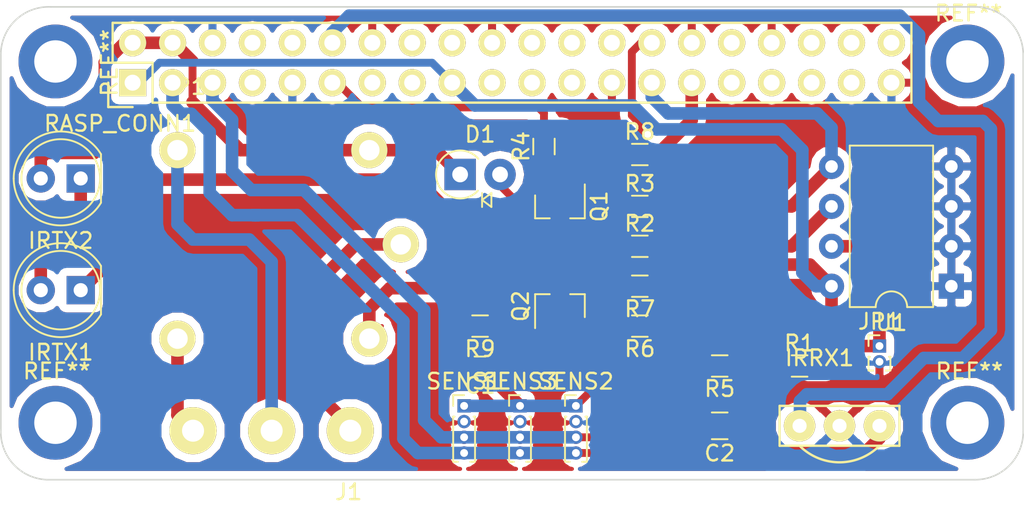
<source format=kicad_pcb>
(kicad_pcb (version 4) (host pcbnew 4.0.7-e2-6376~58~ubuntu16.04.1)

  (general
    (links 67)
    (no_connects 8)
    (area 88.500229 88.500228 176.701172 133.5326)
    (thickness 1.6002)
    (drawings 8)
    (tracks 238)
    (zones 0)
    (modules 29)
    (nets 41)
  )

  (page A4)
  (layers
    (0 F.Cu signal)
    (31 B.Cu signal)
    (34 B.Paste user)
    (35 F.Paste user)
    (36 B.SilkS user)
    (37 F.SilkS user)
    (38 B.Mask user)
    (39 F.Mask user)
    (44 Edge.Cuts user)
  )

  (setup
    (last_trace_width 0.8)
    (user_trace_width 0.1524)
    (user_trace_width 0.2)
    (user_trace_width 0.25)
    (user_trace_width 0.3)
    (user_trace_width 0.4)
    (user_trace_width 0.5)
    (user_trace_width 0.6)
    (user_trace_width 0.8)
    (trace_clearance 0.1524)
    (zone_clearance 0.508)
    (zone_45_only no)
    (trace_min 0.1524)
    (segment_width 0.2)
    (edge_width 0.1)
    (via_size 0.6858)
    (via_drill 0.3302)
    (via_min_size 0.6858)
    (via_min_drill 0.3302)
    (uvia_size 0.762)
    (uvia_drill 0.508)
    (uvias_allowed no)
    (uvia_min_size 0)
    (uvia_min_drill 0)
    (pcb_text_width 0.3)
    (pcb_text_size 1.5 1.5)
    (mod_edge_width 0.15)
    (mod_text_size 1 1)
    (mod_text_width 0.15)
    (pad_size 4.7 4.7)
    (pad_drill 2.7)
    (pad_to_mask_clearance 0)
    (aux_axis_origin 100.0252 100.0252)
    (grid_origin 100.0252 100.0252)
    (visible_elements FFFCDF1F)
    (pcbplotparams
      (layerselection 0x00030_80000001)
      (usegerberextensions false)
      (excludeedgelayer true)
      (linewidth 0.100000)
      (plotframeref false)
      (viasonmask false)
      (mode 1)
      (useauxorigin false)
      (hpglpennumber 1)
      (hpglpenspeed 20)
      (hpglpendiameter 15)
      (hpglpenoverlay 2)
      (psnegative false)
      (psa4output false)
      (plotreference true)
      (plotvalue true)
      (plotinvisibletext false)
      (padsonsilk false)
      (subtractmaskfromsilk false)
      (outputformat 1)
      (mirror false)
      (drillshape 1)
      (scaleselection 1)
      (outputdirectory ""))
  )

  (net 0 "")
  (net 1 +3V3)
  (net 2 GND)
  (net 3 "Net-(C2-Pad1)")
  (net 4 +5V)
  (net 5 "Net-(D1-Pad2)")
  (net 6 "Net-(IRRX1-Pad1)")
  (net 7 "Net-(IRTX1-Pad1)")
  (net 8 "Net-(IRTX1-Pad2)")
  (net 9 "Net-(J1-Pad1)")
  (net 10 "Net-(J1-Pad2)")
  (net 11 "Net-(J1-Pad3)")
  (net 12 "Net-(JP1-Pad1)")
  (net 13 "Net-(Q1-Pad1)")
  (net 14 "Net-(Q2-Pad1)")
  (net 15 "Net-(R2-Pad2)")
  (net 16 "Net-(R3-Pad2)")
  (net 17 "Net-(R6-Pad2)")
  (net 18 "Net-(R7-Pad2)")
  (net 19 "Net-(R8-Pad2)")
  (net 20 "Net-(RASP_CONN1-Pad7)")
  (net 21 /TXD)
  (net 22 /RXD)
  (net 23 "Net-(RASP_CONN1-Pad13)")
  (net 24 "Net-(RASP_CONN1-Pad15)")
  (net 25 "Net-(RASP_CONN1-Pad16)")
  (net 26 "Net-(RASP_CONN1-Pad18)")
  (net 27 "Net-(RASP_CONN1-Pad19)")
  (net 28 "Net-(RASP_CONN1-Pad21)")
  (net 29 "Net-(RASP_CONN1-Pad22)")
  (net 30 "Net-(RASP_CONN1-Pad23)")
  (net 31 "Net-(RASP_CONN1-Pad24)")
  (net 32 "Net-(RASP_CONN1-Pad26)")
  (net 33 "Net-(RASP_CONN1-Pad31)")
  (net 34 "Net-(RASP_CONN1-Pad32)")
  (net 35 "Net-(RASP_CONN1-Pad33)")
  (net 36 "Net-(RASP_CONN1-Pad35)")
  (net 37 "Net-(RASP_CONN1-Pad36)")
  (net 38 "Net-(RASP_CONN1-Pad37)")
  (net 39 "Net-(RASP_CONN1-Pad38)")
  (net 40 "Net-(RASP_CONN1-Pad40)")

  (net_class Default "This is the default net class."
    (clearance 0.1524)
    (trace_width 0.1524)
    (via_dia 0.6858)
    (via_drill 0.3302)
    (uvia_dia 0.762)
    (uvia_drill 0.508)
    (add_net +3V3)
    (add_net +5V)
    (add_net /RXD)
    (add_net /TXD)
    (add_net GND)
    (add_net "Net-(C2-Pad1)")
    (add_net "Net-(D1-Pad2)")
    (add_net "Net-(IRRX1-Pad1)")
    (add_net "Net-(IRTX1-Pad1)")
    (add_net "Net-(IRTX1-Pad2)")
    (add_net "Net-(J1-Pad1)")
    (add_net "Net-(J1-Pad2)")
    (add_net "Net-(J1-Pad3)")
    (add_net "Net-(JP1-Pad1)")
    (add_net "Net-(Q1-Pad1)")
    (add_net "Net-(Q2-Pad1)")
    (add_net "Net-(R2-Pad2)")
    (add_net "Net-(R3-Pad2)")
    (add_net "Net-(R6-Pad2)")
    (add_net "Net-(R7-Pad2)")
    (add_net "Net-(R8-Pad2)")
    (add_net "Net-(RASP_CONN1-Pad13)")
    (add_net "Net-(RASP_CONN1-Pad15)")
    (add_net "Net-(RASP_CONN1-Pad16)")
    (add_net "Net-(RASP_CONN1-Pad18)")
    (add_net "Net-(RASP_CONN1-Pad19)")
    (add_net "Net-(RASP_CONN1-Pad21)")
    (add_net "Net-(RASP_CONN1-Pad22)")
    (add_net "Net-(RASP_CONN1-Pad23)")
    (add_net "Net-(RASP_CONN1-Pad24)")
    (add_net "Net-(RASP_CONN1-Pad26)")
    (add_net "Net-(RASP_CONN1-Pad31)")
    (add_net "Net-(RASP_CONN1-Pad32)")
    (add_net "Net-(RASP_CONN1-Pad33)")
    (add_net "Net-(RASP_CONN1-Pad35)")
    (add_net "Net-(RASP_CONN1-Pad36)")
    (add_net "Net-(RASP_CONN1-Pad37)")
    (add_net "Net-(RASP_CONN1-Pad38)")
    (add_net "Net-(RASP_CONN1-Pad40)")
    (add_net "Net-(RASP_CONN1-Pad7)")
  )

  (module Mounting_Holes:MountingHole_2.7mm_M2.5_DIN965_Pad (layer F.Cu) (tedit 59E3A375) (tstamp 59E3A365)
    (at 161.5694 103.7844)
    (descr "Mounting Hole 2.7mm, M2.5, DIN965")
    (tags "mounting hole 2.7mm m2.5 din965")
    (attr virtual)
    (fp_text reference REF** (at 0 -3.35) (layer F.SilkS)
      (effects (font (size 1 1) (thickness 0.15)))
    )
    (fp_text value MountingHole_2.7mm_M2.5_DIN965_Pad (at 0 3.35) (layer F.Fab)
      (effects (font (size 1 1) (thickness 0.15)))
    )
    (fp_text user %R (at 0.3 0) (layer F.Fab)
      (effects (font (size 1 1) (thickness 0.15)))
    )
    (fp_circle (center 0 0) (end 2.35 0) (layer Cmts.User) (width 0.15))
    (fp_circle (center 0 0) (end 2.6 0) (layer F.CrtYd) (width 0.05))
    (pad 1 thru_hole circle (at -0.0694 -0.2844) (size 4.7 4.7) (drill 2.7) (layers *.Cu *.Mask))
  )

  (module myfootprint:RAS-05-15 (layer F.Cu) (tedit 579B19C8) (tstamp 59E38EBC)
    (at 113.3602 107.6452)
    (path /59E3919F)
    (fp_text reference P1 (at -1.27 -2.54) (layer F.SilkS)
      (effects (font (size 1 1) (thickness 0.15)))
    )
    (fp_text value RAS-05-15 (at 1.27 -1.27) (layer F.Fab)
      (effects (font (size 1 1) (thickness 0.15)))
    )
    (pad 1 thru_hole circle (at -2.1 1.5) (size 2.3 2.3) (drill 1.3) (layers *.Cu *.Mask F.SilkS)
      (net 10 "Net-(J1-Pad2)"))
    (pad 2 thru_hole circle (at 10.1 1.5) (size 2.3 2.3) (drill 1.3) (layers *.Cu *.Mask F.SilkS)
      (net 4 +5V))
    (pad 3 thru_hole circle (at -2.1 13.5) (size 2.3 2.3) (drill 1.3) (layers *.Cu *.Mask F.SilkS)
      (net 11 "Net-(J1-Pad3)"))
    (pad 4 thru_hole circle (at 10.1 13.5) (size 2.3 2.3) (drill 1.3) (layers *.Cu *.Mask F.SilkS)
      (net 5 "Net-(D1-Pad2)"))
    (pad 5 thru_hole circle (at 12.1 7.5) (size 2.3 2.3) (drill 1.3) (layers *.Cu *.Mask F.SilkS)
      (net 9 "Net-(J1-Pad1)"))
  )

  (module LEDs:LED_D5.0mm (layer F.Cu) (tedit 5995936A) (tstamp 59E38EA6)
    (at 105.1052 110.9472 180)
    (descr "LED, diameter 5.0mm, 2 pins, http://cdn-reichelt.de/documents/datenblatt/A500/LL-504BC2E-009.pdf")
    (tags "LED diameter 5.0mm 2 pins")
    (path /5882BE41)
    (fp_text reference IRTX2 (at 1.27 -3.96 180) (layer F.SilkS)
      (effects (font (size 1 1) (thickness 0.15)))
    )
    (fp_text value L-53F3BT (at 1.27 3.96 180) (layer F.Fab)
      (effects (font (size 1 1) (thickness 0.15)))
    )
    (fp_arc (start 1.27 0) (end -1.23 -1.469694) (angle 299.1) (layer F.Fab) (width 0.1))
    (fp_arc (start 1.27 0) (end -1.29 -1.54483) (angle 148.9) (layer F.SilkS) (width 0.12))
    (fp_arc (start 1.27 0) (end -1.29 1.54483) (angle -148.9) (layer F.SilkS) (width 0.12))
    (fp_circle (center 1.27 0) (end 3.77 0) (layer F.Fab) (width 0.1))
    (fp_circle (center 1.27 0) (end 3.77 0) (layer F.SilkS) (width 0.12))
    (fp_line (start -1.23 -1.469694) (end -1.23 1.469694) (layer F.Fab) (width 0.1))
    (fp_line (start -1.29 -1.545) (end -1.29 1.545) (layer F.SilkS) (width 0.12))
    (fp_line (start -1.95 -3.25) (end -1.95 3.25) (layer F.CrtYd) (width 0.05))
    (fp_line (start -1.95 3.25) (end 4.5 3.25) (layer F.CrtYd) (width 0.05))
    (fp_line (start 4.5 3.25) (end 4.5 -3.25) (layer F.CrtYd) (width 0.05))
    (fp_line (start 4.5 -3.25) (end -1.95 -3.25) (layer F.CrtYd) (width 0.05))
    (fp_text user %R (at 1.25 0 180) (layer F.Fab)
      (effects (font (size 0.8 0.8) (thickness 0.2)))
    )
    (pad 1 thru_hole rect (at 0 0 180) (size 1.8 1.8) (drill 0.9) (layers *.Cu *.Mask)
      (net 8 "Net-(IRTX1-Pad2)"))
    (pad 2 thru_hole circle (at 2.54 0 180) (size 1.8 1.8) (drill 0.9) (layers *.Cu *.Mask)
      (net 4 +5V))
    (model ${KISYS3DMOD}/LEDs.3dshapes/LED_D5.0mm.wrl
      (at (xyz 0 0 0))
      (scale (xyz 0.393701 0.393701 0.393701))
      (rotate (xyz 0 0 0))
    )
  )

  (module Capacitors_SMD:C_0603_HandSoldering (layer F.Cu) (tedit 58AA848B) (tstamp 59E38E87)
    (at 130.5052 122.8852 180)
    (descr "Capacitor SMD 0603, hand soldering")
    (tags "capacitor 0603")
    (path /56FB5967)
    (attr smd)
    (fp_text reference C1 (at 0 -1.25 180) (layer F.SilkS)
      (effects (font (size 1 1) (thickness 0.15)))
    )
    (fp_text value 0.1 (at 0 1.5 180) (layer F.Fab)
      (effects (font (size 1 1) (thickness 0.15)))
    )
    (fp_text user %R (at 0 -1.25 180) (layer F.Fab)
      (effects (font (size 1 1) (thickness 0.15)))
    )
    (fp_line (start -0.8 0.4) (end -0.8 -0.4) (layer F.Fab) (width 0.1))
    (fp_line (start 0.8 0.4) (end -0.8 0.4) (layer F.Fab) (width 0.1))
    (fp_line (start 0.8 -0.4) (end 0.8 0.4) (layer F.Fab) (width 0.1))
    (fp_line (start -0.8 -0.4) (end 0.8 -0.4) (layer F.Fab) (width 0.1))
    (fp_line (start -0.35 -0.6) (end 0.35 -0.6) (layer F.SilkS) (width 0.12))
    (fp_line (start 0.35 0.6) (end -0.35 0.6) (layer F.SilkS) (width 0.12))
    (fp_line (start -1.8 -0.65) (end 1.8 -0.65) (layer F.CrtYd) (width 0.05))
    (fp_line (start -1.8 -0.65) (end -1.8 0.65) (layer F.CrtYd) (width 0.05))
    (fp_line (start 1.8 0.65) (end 1.8 -0.65) (layer F.CrtYd) (width 0.05))
    (fp_line (start 1.8 0.65) (end -1.8 0.65) (layer F.CrtYd) (width 0.05))
    (pad 1 smd rect (at -0.95 0 180) (size 1.2 0.75) (layers F.Cu F.Paste F.Mask)
      (net 1 +3V3))
    (pad 2 smd rect (at 0.95 0 180) (size 1.2 0.75) (layers F.Cu F.Paste F.Mask)
      (net 2 GND))
    (model Capacitors_SMD.3dshapes/C_0603.wrl
      (at (xyz 0 0 0))
      (scale (xyz 1 1 1))
      (rotate (xyz 0 0 0))
    )
  )

  (module Capacitors_SMD:C_0805_HandSoldering (layer F.Cu) (tedit 58AA84A8) (tstamp 59E38E8D)
    (at 145.7452 126.6952 180)
    (descr "Capacitor SMD 0805, hand soldering")
    (tags "capacitor 0805")
    (path /56FCE773)
    (attr smd)
    (fp_text reference C2 (at 0 -1.75 180) (layer F.SilkS)
      (effects (font (size 1 1) (thickness 0.15)))
    )
    (fp_text value 4.7 (at 0 1.75 180) (layer F.Fab)
      (effects (font (size 1 1) (thickness 0.15)))
    )
    (fp_text user %R (at 0 -1.75 180) (layer F.Fab)
      (effects (font (size 1 1) (thickness 0.15)))
    )
    (fp_line (start -1 0.62) (end -1 -0.62) (layer F.Fab) (width 0.1))
    (fp_line (start 1 0.62) (end -1 0.62) (layer F.Fab) (width 0.1))
    (fp_line (start 1 -0.62) (end 1 0.62) (layer F.Fab) (width 0.1))
    (fp_line (start -1 -0.62) (end 1 -0.62) (layer F.Fab) (width 0.1))
    (fp_line (start 0.5 -0.85) (end -0.5 -0.85) (layer F.SilkS) (width 0.12))
    (fp_line (start -0.5 0.85) (end 0.5 0.85) (layer F.SilkS) (width 0.12))
    (fp_line (start -2.25 -0.88) (end 2.25 -0.88) (layer F.CrtYd) (width 0.05))
    (fp_line (start -2.25 -0.88) (end -2.25 0.87) (layer F.CrtYd) (width 0.05))
    (fp_line (start 2.25 0.87) (end 2.25 -0.88) (layer F.CrtYd) (width 0.05))
    (fp_line (start 2.25 0.87) (end -2.25 0.87) (layer F.CrtYd) (width 0.05))
    (pad 1 smd rect (at -1.25 0 180) (size 1.5 1.25) (layers F.Cu F.Paste F.Mask)
      (net 3 "Net-(C2-Pad1)"))
    (pad 2 smd rect (at 1.25 0 180) (size 1.5 1.25) (layers F.Cu F.Paste F.Mask)
      (net 2 GND))
    (model Capacitors_SMD.3dshapes/C_0805.wrl
      (at (xyz 0 0 0))
      (scale (xyz 1 1 1))
      (rotate (xyz 0 0 0))
    )
  )

  (module myfootprint:TSOP38X (layer F.Cu) (tedit 56FD7409) (tstamp 59E38E9A)
    (at 153.3652 124.1552)
    (path /56FCDD28)
    (fp_text reference IRRX1 (at -1.27 -1.778) (layer F.SilkS)
      (effects (font (size 1 1) (thickness 0.15)))
    )
    (fp_text value TSOP34838 (at 0 -0.5) (layer F.Fab)
      (effects (font (size 1 1) (thickness 0.15)))
    )
    (fp_arc (start 0 1.27) (end 2.54 3.81) (angle 90) (layer F.SilkS) (width 0.15))
    (fp_line (start -3.81 1.27) (end 3.81 1.27) (layer F.SilkS) (width 0.15))
    (fp_line (start 3.81 1.27) (end 3.81 3.81) (layer F.SilkS) (width 0.15))
    (fp_line (start 3.81 3.81) (end -3.81 3.81) (layer F.SilkS) (width 0.15))
    (fp_line (start -3.81 3.81) (end -3.81 1.27) (layer F.SilkS) (width 0.15))
    (pad 1 thru_hole circle (at -2.54 2.54) (size 2 2) (drill 0.9) (layers *.Cu *.Mask F.SilkS)
      (net 6 "Net-(IRRX1-Pad1)"))
    (pad 2 thru_hole circle (at 0 2.54) (size 2 2) (drill 0.9) (layers *.Cu *.Mask F.SilkS)
      (net 2 GND))
    (pad 3 thru_hole circle (at 2.54 2.54) (size 2 2) (drill 0.9) (layers *.Cu *.Mask F.SilkS)
      (net 3 "Net-(C2-Pad1)"))
  )

  (module LEDs:LED_D5.0mm (layer F.Cu) (tedit 5995936A) (tstamp 59E38EA0)
    (at 105.1052 118.0592 180)
    (descr "LED, diameter 5.0mm, 2 pins, http://cdn-reichelt.de/documents/datenblatt/A500/LL-504BC2E-009.pdf")
    (tags "LED diameter 5.0mm 2 pins")
    (path /56FCCD5F)
    (fp_text reference IRTX1 (at 1.27 -3.96 180) (layer F.SilkS)
      (effects (font (size 1 1) (thickness 0.15)))
    )
    (fp_text value L-53F3BT (at 1.27 3.96 180) (layer F.Fab)
      (effects (font (size 1 1) (thickness 0.15)))
    )
    (fp_arc (start 1.27 0) (end -1.23 -1.469694) (angle 299.1) (layer F.Fab) (width 0.1))
    (fp_arc (start 1.27 0) (end -1.29 -1.54483) (angle 148.9) (layer F.SilkS) (width 0.12))
    (fp_arc (start 1.27 0) (end -1.29 1.54483) (angle -148.9) (layer F.SilkS) (width 0.12))
    (fp_circle (center 1.27 0) (end 3.77 0) (layer F.Fab) (width 0.1))
    (fp_circle (center 1.27 0) (end 3.77 0) (layer F.SilkS) (width 0.12))
    (fp_line (start -1.23 -1.469694) (end -1.23 1.469694) (layer F.Fab) (width 0.1))
    (fp_line (start -1.29 -1.545) (end -1.29 1.545) (layer F.SilkS) (width 0.12))
    (fp_line (start -1.95 -3.25) (end -1.95 3.25) (layer F.CrtYd) (width 0.05))
    (fp_line (start -1.95 3.25) (end 4.5 3.25) (layer F.CrtYd) (width 0.05))
    (fp_line (start 4.5 3.25) (end 4.5 -3.25) (layer F.CrtYd) (width 0.05))
    (fp_line (start 4.5 -3.25) (end -1.95 -3.25) (layer F.CrtYd) (width 0.05))
    (fp_text user %R (at 1.25 0 180) (layer F.Fab)
      (effects (font (size 0.8 0.8) (thickness 0.2)))
    )
    (pad 1 thru_hole rect (at 0 0 180) (size 1.8 1.8) (drill 0.9) (layers *.Cu *.Mask)
      (net 7 "Net-(IRTX1-Pad1)"))
    (pad 2 thru_hole circle (at 2.54 0 180) (size 1.8 1.8) (drill 0.9) (layers *.Cu *.Mask)
      (net 8 "Net-(IRTX1-Pad2)"))
    (model ${KISYS3DMOD}/LEDs.3dshapes/LED_D5.0mm.wrl
      (at (xyz 0 0 0))
      (scale (xyz 0.393701 0.393701 0.393701))
      (rotate (xyz 0 0 0))
    )
  )

  (module myfootprint:KLEMA_1x3 (layer F.Cu) (tedit 579B19D8) (tstamp 59E38EAD)
    (at 122.2502 130.5052 180)
    (path /59E39324)
    (fp_text reference J1 (at 0.1 -0.4 180) (layer F.SilkS)
      (effects (font (size 1 1) (thickness 0.15)))
    )
    (fp_text value CONN_01X03 (at 2.1 -2 180) (layer F.Fab)
      (effects (font (size 1 1) (thickness 0.15)))
    )
    (pad 1 thru_hole circle (at 0 3.5 180) (size 3 3) (drill 1.4) (layers *.Cu *.Mask F.SilkS)
      (net 9 "Net-(J1-Pad1)"))
    (pad 2 thru_hole circle (at 5 3.5 180) (size 3 3) (drill 1.4) (layers *.Cu *.Mask F.SilkS)
      (net 10 "Net-(J1-Pad2)"))
    (pad 3 thru_hole circle (at 10 3.5 180) (size 3 3) (drill 1.4) (layers *.Cu *.Mask F.SilkS)
      (net 11 "Net-(J1-Pad3)"))
  )

  (module Pin_Headers:Pin_Header_Straight_1x02_Pitch1.00mm (layer F.Cu) (tedit 59B55814) (tstamp 59E38EB3)
    (at 155.9052 121.6152)
    (descr "Through hole straight pin header, 1x02, 1.00mm pitch, single row")
    (tags "Through hole pin header THT 1x02 1.00mm single row")
    (path /570C5478)
    (fp_text reference JP1 (at 0 -1.56) (layer F.SilkS)
      (effects (font (size 1 1) (thickness 0.15)))
    )
    (fp_text value JUMPER (at 0 2.56) (layer F.Fab)
      (effects (font (size 1 1) (thickness 0.15)))
    )
    (fp_line (start -0.3175 -0.5) (end 0.635 -0.5) (layer F.Fab) (width 0.1))
    (fp_line (start 0.635 -0.5) (end 0.635 1.5) (layer F.Fab) (width 0.1))
    (fp_line (start 0.635 1.5) (end -0.635 1.5) (layer F.Fab) (width 0.1))
    (fp_line (start -0.635 1.5) (end -0.635 -0.1825) (layer F.Fab) (width 0.1))
    (fp_line (start -0.635 -0.1825) (end -0.3175 -0.5) (layer F.Fab) (width 0.1))
    (fp_line (start -0.695 1.56) (end -0.394493 1.56) (layer F.SilkS) (width 0.12))
    (fp_line (start 0.394493 1.56) (end 0.695 1.56) (layer F.SilkS) (width 0.12))
    (fp_line (start -0.695 0.685) (end -0.695 1.56) (layer F.SilkS) (width 0.12))
    (fp_line (start 0.695 0.685) (end 0.695 1.56) (layer F.SilkS) (width 0.12))
    (fp_line (start -0.695 0.685) (end -0.608276 0.685) (layer F.SilkS) (width 0.12))
    (fp_line (start 0.608276 0.685) (end 0.695 0.685) (layer F.SilkS) (width 0.12))
    (fp_line (start -0.695 0) (end -0.695 -0.685) (layer F.SilkS) (width 0.12))
    (fp_line (start -0.695 -0.685) (end 0 -0.685) (layer F.SilkS) (width 0.12))
    (fp_line (start -1.15 -1) (end -1.15 2) (layer F.CrtYd) (width 0.05))
    (fp_line (start -1.15 2) (end 1.15 2) (layer F.CrtYd) (width 0.05))
    (fp_line (start 1.15 2) (end 1.15 -1) (layer F.CrtYd) (width 0.05))
    (fp_line (start 1.15 -1) (end -1.15 -1) (layer F.CrtYd) (width 0.05))
    (fp_text user %R (at 0 0.5 90) (layer F.Fab)
      (effects (font (size 0.76 0.76) (thickness 0.114)))
    )
    (pad 1 thru_hole rect (at 0 0) (size 0.85 0.85) (drill 0.5) (layers *.Cu *.Mask)
      (net 12 "Net-(JP1-Pad1)"))
    (pad 2 thru_hole oval (at 0 1) (size 0.85 0.85) (drill 0.5) (layers *.Cu *.Mask)
      (net 2 GND))
    (model ${KISYS3DMOD}/Pin_Headers.3dshapes/Pin_Header_Straight_1x02_Pitch1.00mm.wrl
      (at (xyz 0 0 0))
      (scale (xyz 1 1 1))
      (rotate (xyz 0 0 0))
    )
  )

  (module TO_SOT_Packages_SMD:SOT-23 (layer F.Cu) (tedit 58CE4E7E) (tstamp 59E38EC3)
    (at 135.5852 112.7252 270)
    (descr "SOT-23, Standard")
    (tags SOT-23)
    (path /570BF19F)
    (attr smd)
    (fp_text reference Q1 (at 0 -2.5 270) (layer F.SilkS)
      (effects (font (size 1 1) (thickness 0.15)))
    )
    (fp_text value BC817 (at 0 2.5 270) (layer F.Fab)
      (effects (font (size 1 1) (thickness 0.15)))
    )
    (fp_text user %R (at 0 0 360) (layer F.Fab)
      (effects (font (size 0.5 0.5) (thickness 0.075)))
    )
    (fp_line (start -0.7 -0.95) (end -0.7 1.5) (layer F.Fab) (width 0.1))
    (fp_line (start -0.15 -1.52) (end 0.7 -1.52) (layer F.Fab) (width 0.1))
    (fp_line (start -0.7 -0.95) (end -0.15 -1.52) (layer F.Fab) (width 0.1))
    (fp_line (start 0.7 -1.52) (end 0.7 1.52) (layer F.Fab) (width 0.1))
    (fp_line (start -0.7 1.52) (end 0.7 1.52) (layer F.Fab) (width 0.1))
    (fp_line (start 0.76 1.58) (end 0.76 0.65) (layer F.SilkS) (width 0.12))
    (fp_line (start 0.76 -1.58) (end 0.76 -0.65) (layer F.SilkS) (width 0.12))
    (fp_line (start -1.7 -1.75) (end 1.7 -1.75) (layer F.CrtYd) (width 0.05))
    (fp_line (start 1.7 -1.75) (end 1.7 1.75) (layer F.CrtYd) (width 0.05))
    (fp_line (start 1.7 1.75) (end -1.7 1.75) (layer F.CrtYd) (width 0.05))
    (fp_line (start -1.7 1.75) (end -1.7 -1.75) (layer F.CrtYd) (width 0.05))
    (fp_line (start 0.76 -1.58) (end -1.4 -1.58) (layer F.SilkS) (width 0.12))
    (fp_line (start 0.76 1.58) (end -0.7 1.58) (layer F.SilkS) (width 0.12))
    (pad 1 smd rect (at -1 -0.95 270) (size 0.9 0.8) (layers F.Cu F.Paste F.Mask)
      (net 13 "Net-(Q1-Pad1)"))
    (pad 2 smd rect (at -1 0.95 270) (size 0.9 0.8) (layers F.Cu F.Paste F.Mask)
      (net 2 GND))
    (pad 3 smd rect (at 1 0 270) (size 0.9 0.8) (layers F.Cu F.Paste F.Mask)
      (net 7 "Net-(IRTX1-Pad1)"))
    (model ${KISYS3DMOD}/TO_SOT_Packages_SMD.3dshapes/SOT-23.wrl
      (at (xyz 0 0 0))
      (scale (xyz 1 1 1))
      (rotate (xyz 0 0 0))
    )
  )

  (module TO_SOT_Packages_SMD:SOT-23 (layer F.Cu) (tedit 58CE4E7E) (tstamp 59E38ECA)
    (at 135.5852 119.0752 90)
    (descr "SOT-23, Standard")
    (tags SOT-23)
    (path /59E386A1)
    (attr smd)
    (fp_text reference Q2 (at 0 -2.5 90) (layer F.SilkS)
      (effects (font (size 1 1) (thickness 0.15)))
    )
    (fp_text value BC817-40 (at 0 2.5 90) (layer F.Fab)
      (effects (font (size 1 1) (thickness 0.15)))
    )
    (fp_text user %R (at 0 0 180) (layer F.Fab)
      (effects (font (size 0.5 0.5) (thickness 0.075)))
    )
    (fp_line (start -0.7 -0.95) (end -0.7 1.5) (layer F.Fab) (width 0.1))
    (fp_line (start -0.15 -1.52) (end 0.7 -1.52) (layer F.Fab) (width 0.1))
    (fp_line (start -0.7 -0.95) (end -0.15 -1.52) (layer F.Fab) (width 0.1))
    (fp_line (start 0.7 -1.52) (end 0.7 1.52) (layer F.Fab) (width 0.1))
    (fp_line (start -0.7 1.52) (end 0.7 1.52) (layer F.Fab) (width 0.1))
    (fp_line (start 0.76 1.58) (end 0.76 0.65) (layer F.SilkS) (width 0.12))
    (fp_line (start 0.76 -1.58) (end 0.76 -0.65) (layer F.SilkS) (width 0.12))
    (fp_line (start -1.7 -1.75) (end 1.7 -1.75) (layer F.CrtYd) (width 0.05))
    (fp_line (start 1.7 -1.75) (end 1.7 1.75) (layer F.CrtYd) (width 0.05))
    (fp_line (start 1.7 1.75) (end -1.7 1.75) (layer F.CrtYd) (width 0.05))
    (fp_line (start -1.7 1.75) (end -1.7 -1.75) (layer F.CrtYd) (width 0.05))
    (fp_line (start 0.76 -1.58) (end -1.4 -1.58) (layer F.SilkS) (width 0.12))
    (fp_line (start 0.76 1.58) (end -0.7 1.58) (layer F.SilkS) (width 0.12))
    (pad 1 smd rect (at -1 -0.95 90) (size 0.9 0.8) (layers F.Cu F.Paste F.Mask)
      (net 14 "Net-(Q2-Pad1)"))
    (pad 2 smd rect (at -1 0.95 90) (size 0.9 0.8) (layers F.Cu F.Paste F.Mask)
      (net 2 GND))
    (pad 3 smd rect (at 1 0 90) (size 0.9 0.8) (layers F.Cu F.Paste F.Mask)
      (net 5 "Net-(D1-Pad2)"))
    (model ${KISYS3DMOD}/TO_SOT_Packages_SMD.3dshapes/SOT-23.wrl
      (at (xyz 0 0 0))
      (scale (xyz 1 1 1))
      (rotate (xyz 0 0 0))
    )
  )

  (module Resistors_SMD:R_0603_HandSoldering (layer F.Cu) (tedit 58E0A804) (tstamp 59E38ED0)
    (at 150.8252 122.8852)
    (descr "Resistor SMD 0603, hand soldering")
    (tags "resistor 0603")
    (path /56FB57DD)
    (attr smd)
    (fp_text reference R1 (at 0 -1.45) (layer F.SilkS)
      (effects (font (size 1 1) (thickness 0.15)))
    )
    (fp_text value 1K (at 0 1.55) (layer F.Fab)
      (effects (font (size 1 1) (thickness 0.15)))
    )
    (fp_text user %R (at 0 0) (layer F.Fab)
      (effects (font (size 0.4 0.4) (thickness 0.075)))
    )
    (fp_line (start -0.8 0.4) (end -0.8 -0.4) (layer F.Fab) (width 0.1))
    (fp_line (start 0.8 0.4) (end -0.8 0.4) (layer F.Fab) (width 0.1))
    (fp_line (start 0.8 -0.4) (end 0.8 0.4) (layer F.Fab) (width 0.1))
    (fp_line (start -0.8 -0.4) (end 0.8 -0.4) (layer F.Fab) (width 0.1))
    (fp_line (start 0.5 0.68) (end -0.5 0.68) (layer F.SilkS) (width 0.12))
    (fp_line (start -0.5 -0.68) (end 0.5 -0.68) (layer F.SilkS) (width 0.12))
    (fp_line (start -1.96 -0.7) (end 1.95 -0.7) (layer F.CrtYd) (width 0.05))
    (fp_line (start -1.96 -0.7) (end -1.96 0.7) (layer F.CrtYd) (width 0.05))
    (fp_line (start 1.95 0.7) (end 1.95 -0.7) (layer F.CrtYd) (width 0.05))
    (fp_line (start 1.95 0.7) (end -1.96 0.7) (layer F.CrtYd) (width 0.05))
    (pad 1 smd rect (at -1.1 0) (size 1.2 0.9) (layers F.Cu F.Paste F.Mask)
      (net 1 +3V3))
    (pad 2 smd rect (at 1.1 0) (size 1.2 0.9) (layers F.Cu F.Paste F.Mask)
      (net 12 "Net-(JP1-Pad1)"))
    (model ${KISYS3DMOD}/Resistors_SMD.3dshapes/R_0603.wrl
      (at (xyz 0 0 0))
      (scale (xyz 1 1 1))
      (rotate (xyz 0 0 0))
    )
  )

  (module Resistors_SMD:R_0603_HandSoldering (layer F.Cu) (tedit 58E0A804) (tstamp 59E38ED6)
    (at 140.6652 115.2652)
    (descr "Resistor SMD 0603, hand soldering")
    (tags "resistor 0603")
    (path /56FB589D)
    (attr smd)
    (fp_text reference R2 (at 0 -1.45) (layer F.SilkS)
      (effects (font (size 1 1) (thickness 0.15)))
    )
    (fp_text value 4.7K (at 0 1.55) (layer F.Fab)
      (effects (font (size 1 1) (thickness 0.15)))
    )
    (fp_text user %R (at 0 0) (layer F.Fab)
      (effects (font (size 0.4 0.4) (thickness 0.075)))
    )
    (fp_line (start -0.8 0.4) (end -0.8 -0.4) (layer F.Fab) (width 0.1))
    (fp_line (start 0.8 0.4) (end -0.8 0.4) (layer F.Fab) (width 0.1))
    (fp_line (start 0.8 -0.4) (end 0.8 0.4) (layer F.Fab) (width 0.1))
    (fp_line (start -0.8 -0.4) (end 0.8 -0.4) (layer F.Fab) (width 0.1))
    (fp_line (start 0.5 0.68) (end -0.5 0.68) (layer F.SilkS) (width 0.12))
    (fp_line (start -0.5 -0.68) (end 0.5 -0.68) (layer F.SilkS) (width 0.12))
    (fp_line (start -1.96 -0.7) (end 1.95 -0.7) (layer F.CrtYd) (width 0.05))
    (fp_line (start -1.96 -0.7) (end -1.96 0.7) (layer F.CrtYd) (width 0.05))
    (fp_line (start 1.95 0.7) (end 1.95 -0.7) (layer F.CrtYd) (width 0.05))
    (fp_line (start 1.95 0.7) (end -1.96 0.7) (layer F.CrtYd) (width 0.05))
    (pad 1 smd rect (at -1.1 0) (size 1.2 0.9) (layers F.Cu F.Paste F.Mask)
      (net 1 +3V3))
    (pad 2 smd rect (at 1.1 0) (size 1.2 0.9) (layers F.Cu F.Paste F.Mask)
      (net 15 "Net-(R2-Pad2)"))
    (model ${KISYS3DMOD}/Resistors_SMD.3dshapes/R_0603.wrl
      (at (xyz 0 0 0))
      (scale (xyz 1 1 1))
      (rotate (xyz 0 0 0))
    )
  )

  (module Resistors_SMD:R_0603_HandSoldering (layer F.Cu) (tedit 58E0A804) (tstamp 59E38EDC)
    (at 140.6652 112.7252)
    (descr "Resistor SMD 0603, hand soldering")
    (tags "resistor 0603")
    (path /56FB5912)
    (attr smd)
    (fp_text reference R3 (at 0 -1.45) (layer F.SilkS)
      (effects (font (size 1 1) (thickness 0.15)))
    )
    (fp_text value 4.7K (at 0 1.55) (layer F.Fab)
      (effects (font (size 1 1) (thickness 0.15)))
    )
    (fp_text user %R (at 0 0) (layer F.Fab)
      (effects (font (size 0.4 0.4) (thickness 0.075)))
    )
    (fp_line (start -0.8 0.4) (end -0.8 -0.4) (layer F.Fab) (width 0.1))
    (fp_line (start 0.8 0.4) (end -0.8 0.4) (layer F.Fab) (width 0.1))
    (fp_line (start 0.8 -0.4) (end 0.8 0.4) (layer F.Fab) (width 0.1))
    (fp_line (start -0.8 -0.4) (end 0.8 -0.4) (layer F.Fab) (width 0.1))
    (fp_line (start 0.5 0.68) (end -0.5 0.68) (layer F.SilkS) (width 0.12))
    (fp_line (start -0.5 -0.68) (end 0.5 -0.68) (layer F.SilkS) (width 0.12))
    (fp_line (start -1.96 -0.7) (end 1.95 -0.7) (layer F.CrtYd) (width 0.05))
    (fp_line (start -1.96 -0.7) (end -1.96 0.7) (layer F.CrtYd) (width 0.05))
    (fp_line (start 1.95 0.7) (end 1.95 -0.7) (layer F.CrtYd) (width 0.05))
    (fp_line (start 1.95 0.7) (end -1.96 0.7) (layer F.CrtYd) (width 0.05))
    (pad 1 smd rect (at -1.1 0) (size 1.2 0.9) (layers F.Cu F.Paste F.Mask)
      (net 1 +3V3))
    (pad 2 smd rect (at 1.1 0) (size 1.2 0.9) (layers F.Cu F.Paste F.Mask)
      (net 16 "Net-(R3-Pad2)"))
    (model ${KISYS3DMOD}/Resistors_SMD.3dshapes/R_0603.wrl
      (at (xyz 0 0 0))
      (scale (xyz 1 1 1))
      (rotate (xyz 0 0 0))
    )
  )

  (module Resistors_SMD:R_0603_HandSoldering (layer F.Cu) (tedit 58E0A804) (tstamp 59E38EE2)
    (at 134.5692 108.9152 90)
    (descr "Resistor SMD 0603, hand soldering")
    (tags "resistor 0603")
    (path /570BEF32)
    (attr smd)
    (fp_text reference R4 (at 0 -1.45 90) (layer F.SilkS)
      (effects (font (size 1 1) (thickness 0.15)))
    )
    (fp_text value 10K (at 0 1.55 90) (layer F.Fab)
      (effects (font (size 1 1) (thickness 0.15)))
    )
    (fp_text user %R (at 0 0 90) (layer F.Fab)
      (effects (font (size 0.4 0.4) (thickness 0.075)))
    )
    (fp_line (start -0.8 0.4) (end -0.8 -0.4) (layer F.Fab) (width 0.1))
    (fp_line (start 0.8 0.4) (end -0.8 0.4) (layer F.Fab) (width 0.1))
    (fp_line (start 0.8 -0.4) (end 0.8 0.4) (layer F.Fab) (width 0.1))
    (fp_line (start -0.8 -0.4) (end 0.8 -0.4) (layer F.Fab) (width 0.1))
    (fp_line (start 0.5 0.68) (end -0.5 0.68) (layer F.SilkS) (width 0.12))
    (fp_line (start -0.5 -0.68) (end 0.5 -0.68) (layer F.SilkS) (width 0.12))
    (fp_line (start -1.96 -0.7) (end 1.95 -0.7) (layer F.CrtYd) (width 0.05))
    (fp_line (start -1.96 -0.7) (end -1.96 0.7) (layer F.CrtYd) (width 0.05))
    (fp_line (start 1.95 0.7) (end 1.95 -0.7) (layer F.CrtYd) (width 0.05))
    (fp_line (start 1.95 0.7) (end -1.96 0.7) (layer F.CrtYd) (width 0.05))
    (pad 1 smd rect (at -1.1 0 90) (size 1.2 0.9) (layers F.Cu F.Paste F.Mask)
      (net 2 GND))
    (pad 2 smd rect (at 1.1 0 90) (size 1.2 0.9) (layers F.Cu F.Paste F.Mask)
      (net 13 "Net-(Q1-Pad1)"))
    (model ${KISYS3DMOD}/Resistors_SMD.3dshapes/R_0603.wrl
      (at (xyz 0 0 0))
      (scale (xyz 1 1 1))
      (rotate (xyz 0 0 0))
    )
  )

  (module Resistors_SMD:R_0603_HandSoldering (layer F.Cu) (tedit 58E0A804) (tstamp 59E38EE8)
    (at 145.7452 122.8852 180)
    (descr "Resistor SMD 0603, hand soldering")
    (tags "resistor 0603")
    (path /56FCE3CD)
    (attr smd)
    (fp_text reference R5 (at 0 -1.45 180) (layer F.SilkS)
      (effects (font (size 1 1) (thickness 0.15)))
    )
    (fp_text value 470 (at 0 1.55 180) (layer F.Fab)
      (effects (font (size 1 1) (thickness 0.15)))
    )
    (fp_text user %R (at 0 0 180) (layer F.Fab)
      (effects (font (size 0.4 0.4) (thickness 0.075)))
    )
    (fp_line (start -0.8 0.4) (end -0.8 -0.4) (layer F.Fab) (width 0.1))
    (fp_line (start 0.8 0.4) (end -0.8 0.4) (layer F.Fab) (width 0.1))
    (fp_line (start 0.8 -0.4) (end 0.8 0.4) (layer F.Fab) (width 0.1))
    (fp_line (start -0.8 -0.4) (end 0.8 -0.4) (layer F.Fab) (width 0.1))
    (fp_line (start 0.5 0.68) (end -0.5 0.68) (layer F.SilkS) (width 0.12))
    (fp_line (start -0.5 -0.68) (end 0.5 -0.68) (layer F.SilkS) (width 0.12))
    (fp_line (start -1.96 -0.7) (end 1.95 -0.7) (layer F.CrtYd) (width 0.05))
    (fp_line (start -1.96 -0.7) (end -1.96 0.7) (layer F.CrtYd) (width 0.05))
    (fp_line (start 1.95 0.7) (end 1.95 -0.7) (layer F.CrtYd) (width 0.05))
    (fp_line (start 1.95 0.7) (end -1.96 0.7) (layer F.CrtYd) (width 0.05))
    (pad 1 smd rect (at -1.1 0 180) (size 1.2 0.9) (layers F.Cu F.Paste F.Mask)
      (net 1 +3V3))
    (pad 2 smd rect (at 1.1 0 180) (size 1.2 0.9) (layers F.Cu F.Paste F.Mask)
      (net 3 "Net-(C2-Pad1)"))
    (model ${KISYS3DMOD}/Resistors_SMD.3dshapes/R_0603.wrl
      (at (xyz 0 0 0))
      (scale (xyz 1 1 1))
      (rotate (xyz 0 0 0))
    )
  )

  (module Resistors_SMD:R_0603_HandSoldering (layer F.Cu) (tedit 58E0A804) (tstamp 59E38EEE)
    (at 140.6652 120.3452 180)
    (descr "Resistor SMD 0603, hand soldering")
    (tags "resistor 0603")
    (path /570C0762)
    (attr smd)
    (fp_text reference R6 (at 0 -1.45 180) (layer F.SilkS)
      (effects (font (size 1 1) (thickness 0.15)))
    )
    (fp_text value 4.7K (at 0 1.55 180) (layer F.Fab)
      (effects (font (size 1 1) (thickness 0.15)))
    )
    (fp_text user %R (at 0 0 180) (layer F.Fab)
      (effects (font (size 0.4 0.4) (thickness 0.075)))
    )
    (fp_line (start -0.8 0.4) (end -0.8 -0.4) (layer F.Fab) (width 0.1))
    (fp_line (start 0.8 0.4) (end -0.8 0.4) (layer F.Fab) (width 0.1))
    (fp_line (start 0.8 -0.4) (end 0.8 0.4) (layer F.Fab) (width 0.1))
    (fp_line (start -0.8 -0.4) (end 0.8 -0.4) (layer F.Fab) (width 0.1))
    (fp_line (start 0.5 0.68) (end -0.5 0.68) (layer F.SilkS) (width 0.12))
    (fp_line (start -0.5 -0.68) (end 0.5 -0.68) (layer F.SilkS) (width 0.12))
    (fp_line (start -1.96 -0.7) (end 1.95 -0.7) (layer F.CrtYd) (width 0.05))
    (fp_line (start -1.96 -0.7) (end -1.96 0.7) (layer F.CrtYd) (width 0.05))
    (fp_line (start 1.95 0.7) (end 1.95 -0.7) (layer F.CrtYd) (width 0.05))
    (fp_line (start 1.95 0.7) (end -1.96 0.7) (layer F.CrtYd) (width 0.05))
    (pad 1 smd rect (at -1.1 0 180) (size 1.2 0.9) (layers F.Cu F.Paste F.Mask)
      (net 1 +3V3))
    (pad 2 smd rect (at 1.1 0 180) (size 1.2 0.9) (layers F.Cu F.Paste F.Mask)
      (net 17 "Net-(R6-Pad2)"))
    (model ${KISYS3DMOD}/Resistors_SMD.3dshapes/R_0603.wrl
      (at (xyz 0 0 0))
      (scale (xyz 1 1 1))
      (rotate (xyz 0 0 0))
    )
  )

  (module Resistors_SMD:R_0603_HandSoldering (layer F.Cu) (tedit 58E0A804) (tstamp 59E38EF4)
    (at 140.6652 117.8052 180)
    (descr "Resistor SMD 0603, hand soldering")
    (tags "resistor 0603")
    (path /570C0BD5)
    (attr smd)
    (fp_text reference R7 (at 0 -1.45 180) (layer F.SilkS)
      (effects (font (size 1 1) (thickness 0.15)))
    )
    (fp_text value 4.7K (at 0 1.55 180) (layer F.Fab)
      (effects (font (size 1 1) (thickness 0.15)))
    )
    (fp_text user %R (at 0 0 180) (layer F.Fab)
      (effects (font (size 0.4 0.4) (thickness 0.075)))
    )
    (fp_line (start -0.8 0.4) (end -0.8 -0.4) (layer F.Fab) (width 0.1))
    (fp_line (start 0.8 0.4) (end -0.8 0.4) (layer F.Fab) (width 0.1))
    (fp_line (start 0.8 -0.4) (end 0.8 0.4) (layer F.Fab) (width 0.1))
    (fp_line (start -0.8 -0.4) (end 0.8 -0.4) (layer F.Fab) (width 0.1))
    (fp_line (start 0.5 0.68) (end -0.5 0.68) (layer F.SilkS) (width 0.12))
    (fp_line (start -0.5 -0.68) (end 0.5 -0.68) (layer F.SilkS) (width 0.12))
    (fp_line (start -1.96 -0.7) (end 1.95 -0.7) (layer F.CrtYd) (width 0.05))
    (fp_line (start -1.96 -0.7) (end -1.96 0.7) (layer F.CrtYd) (width 0.05))
    (fp_line (start 1.95 0.7) (end 1.95 -0.7) (layer F.CrtYd) (width 0.05))
    (fp_line (start 1.95 0.7) (end -1.96 0.7) (layer F.CrtYd) (width 0.05))
    (pad 1 smd rect (at -1.1 0 180) (size 1.2 0.9) (layers F.Cu F.Paste F.Mask)
      (net 1 +3V3))
    (pad 2 smd rect (at 1.1 0 180) (size 1.2 0.9) (layers F.Cu F.Paste F.Mask)
      (net 18 "Net-(R7-Pad2)"))
    (model ${KISYS3DMOD}/Resistors_SMD.3dshapes/R_0603.wrl
      (at (xyz 0 0 0))
      (scale (xyz 1 1 1))
      (rotate (xyz 0 0 0))
    )
  )

  (module Resistors_SMD:R_0603_HandSoldering (layer F.Cu) (tedit 58E0A804) (tstamp 59E38EFA)
    (at 140.6652 109.4232)
    (descr "Resistor SMD 0603, hand soldering")
    (tags "resistor 0603")
    (path /59E38738)
    (attr smd)
    (fp_text reference R8 (at 0 -1.45) (layer F.SilkS)
      (effects (font (size 1 1) (thickness 0.15)))
    )
    (fp_text value 2.7k (at 0 1.55) (layer F.Fab)
      (effects (font (size 1 1) (thickness 0.15)))
    )
    (fp_text user %R (at 0 0) (layer F.Fab)
      (effects (font (size 0.4 0.4) (thickness 0.075)))
    )
    (fp_line (start -0.8 0.4) (end -0.8 -0.4) (layer F.Fab) (width 0.1))
    (fp_line (start 0.8 0.4) (end -0.8 0.4) (layer F.Fab) (width 0.1))
    (fp_line (start 0.8 -0.4) (end 0.8 0.4) (layer F.Fab) (width 0.1))
    (fp_line (start -0.8 -0.4) (end 0.8 -0.4) (layer F.Fab) (width 0.1))
    (fp_line (start 0.5 0.68) (end -0.5 0.68) (layer F.SilkS) (width 0.12))
    (fp_line (start -0.5 -0.68) (end 0.5 -0.68) (layer F.SilkS) (width 0.12))
    (fp_line (start -1.96 -0.7) (end 1.95 -0.7) (layer F.CrtYd) (width 0.05))
    (fp_line (start -1.96 -0.7) (end -1.96 0.7) (layer F.CrtYd) (width 0.05))
    (fp_line (start 1.95 0.7) (end 1.95 -0.7) (layer F.CrtYd) (width 0.05))
    (fp_line (start 1.95 0.7) (end -1.96 0.7) (layer F.CrtYd) (width 0.05))
    (pad 1 smd rect (at -1.1 0) (size 1.2 0.9) (layers F.Cu F.Paste F.Mask)
      (net 14 "Net-(Q2-Pad1)"))
    (pad 2 smd rect (at 1.1 0) (size 1.2 0.9) (layers F.Cu F.Paste F.Mask)
      (net 19 "Net-(R8-Pad2)"))
    (model ${KISYS3DMOD}/Resistors_SMD.3dshapes/R_0603.wrl
      (at (xyz 0 0 0))
      (scale (xyz 1 1 1))
      (rotate (xyz 0 0 0))
    )
  )

  (module Resistors_SMD:R_0603_HandSoldering (layer F.Cu) (tedit 58E0A804) (tstamp 59E38F00)
    (at 130.5052 120.3452 180)
    (descr "Resistor SMD 0603, hand soldering")
    (tags "resistor 0603")
    (path /59E38809)
    (attr smd)
    (fp_text reference R9 (at 0 -1.45 180) (layer F.SilkS)
      (effects (font (size 1 1) (thickness 0.15)))
    )
    (fp_text value 27k (at 0 1.55 180) (layer F.Fab)
      (effects (font (size 1 1) (thickness 0.15)))
    )
    (fp_text user %R (at 0 0 180) (layer F.Fab)
      (effects (font (size 0.4 0.4) (thickness 0.075)))
    )
    (fp_line (start -0.8 0.4) (end -0.8 -0.4) (layer F.Fab) (width 0.1))
    (fp_line (start 0.8 0.4) (end -0.8 0.4) (layer F.Fab) (width 0.1))
    (fp_line (start 0.8 -0.4) (end 0.8 0.4) (layer F.Fab) (width 0.1))
    (fp_line (start -0.8 -0.4) (end 0.8 -0.4) (layer F.Fab) (width 0.1))
    (fp_line (start 0.5 0.68) (end -0.5 0.68) (layer F.SilkS) (width 0.12))
    (fp_line (start -0.5 -0.68) (end 0.5 -0.68) (layer F.SilkS) (width 0.12))
    (fp_line (start -1.96 -0.7) (end 1.95 -0.7) (layer F.CrtYd) (width 0.05))
    (fp_line (start -1.96 -0.7) (end -1.96 0.7) (layer F.CrtYd) (width 0.05))
    (fp_line (start 1.95 0.7) (end 1.95 -0.7) (layer F.CrtYd) (width 0.05))
    (fp_line (start 1.95 0.7) (end -1.96 0.7) (layer F.CrtYd) (width 0.05))
    (pad 1 smd rect (at -1.1 0 180) (size 1.2 0.9) (layers F.Cu F.Paste F.Mask)
      (net 14 "Net-(Q2-Pad1)"))
    (pad 2 smd rect (at 1.1 0 180) (size 1.2 0.9) (layers F.Cu F.Paste F.Mask)
      (net 2 GND))
    (model ${KISYS3DMOD}/Resistors_SMD.3dshapes/R_0603.wrl
      (at (xyz 0 0 0))
      (scale (xyz 1 1 1))
      (rotate (xyz 0 0 0))
    )
  )

  (module myfootprint:Pin_Header_Straight_2x20 (layer F.Cu) (tedit 56F822E0) (tstamp 59E38F2C)
    (at 132.5372 103.5812 90)
    (descr "Through hole pin header")
    (tags "pin header")
    (path /56FB7C7A)
    (fp_text reference RASP_CONN1 (at -3.87 -24.93 180) (layer F.SilkS)
      (effects (font (size 1 1) (thickness 0.15)))
    )
    (fp_text value Raspberry_PI (at -3.87 -18.73 180) (layer F.Fab) hide
      (effects (font (size 1 1) (thickness 0.15)))
    )
    (fp_line (start -3.02 -25.88) (end -3.02 25.92) (layer F.CrtYd) (width 0.05))
    (fp_line (start 3.03 -25.88) (end 3.03 25.92) (layer F.CrtYd) (width 0.05))
    (fp_line (start -3.02 -25.88) (end 3.03 -25.88) (layer F.CrtYd) (width 0.05))
    (fp_line (start -3.02 25.92) (end 3.03 25.92) (layer F.CrtYd) (width 0.05))
    (fp_line (start 2.54 25.4) (end 2.54 -25.4) (layer F.SilkS) (width 0.15))
    (fp_line (start -2.54 -22.86) (end -2.54 25.4) (layer F.SilkS) (width 0.15))
    (fp_line (start 2.54 25.4) (end -2.54 25.4) (layer F.SilkS) (width 0.15))
    (fp_line (start 2.54 -25.4) (end 0 -25.4) (layer F.SilkS) (width 0.15))
    (fp_line (start -1.27 -25.68) (end -2.82 -25.68) (layer F.SilkS) (width 0.15))
    (fp_line (start 0 -25.4) (end 0 -22.86) (layer F.SilkS) (width 0.15))
    (fp_line (start 0 -22.86) (end -2.54 -22.86) (layer F.SilkS) (width 0.15))
    (fp_line (start -2.82 -25.68) (end -2.82 -24.13) (layer F.SilkS) (width 0.15))
    (pad 1 thru_hole rect (at -1.27 -24.13 90) (size 1.7272 1.7272) (drill 1.016) (layers *.Cu *.Mask F.SilkS)
      (net 1 +3V3))
    (pad 2 thru_hole oval (at 1.27 -24.13 90) (size 1.7272 1.7272) (drill 1.016) (layers *.Cu *.Mask F.SilkS)
      (net 4 +5V))
    (pad 3 thru_hole oval (at -1.27 -21.59 90) (size 1.7272 1.7272) (drill 1.016) (layers *.Cu *.Mask F.SilkS)
      (net 17 "Net-(R6-Pad2)"))
    (pad 4 thru_hole oval (at 1.27 -21.59 90) (size 1.7272 1.7272) (drill 1.016) (layers *.Cu *.Mask F.SilkS)
      (net 4 +5V))
    (pad 5 thru_hole oval (at -1.27 -19.05 90) (size 1.7272 1.7272) (drill 1.016) (layers *.Cu *.Mask F.SilkS)
      (net 18 "Net-(R7-Pad2)"))
    (pad 6 thru_hole oval (at 1.27 -19.05 90) (size 1.7272 1.7272) (drill 1.016) (layers *.Cu *.Mask F.SilkS)
      (net 2 GND))
    (pad 7 thru_hole oval (at -1.27 -16.51 90) (size 1.7272 1.7272) (drill 1.016) (layers *.Cu *.Mask F.SilkS)
      (net 20 "Net-(RASP_CONN1-Pad7)"))
    (pad 8 thru_hole oval (at 1.27 -16.51 90) (size 1.7272 1.7272) (drill 1.016) (layers *.Cu *.Mask F.SilkS)
      (net 21 /TXD))
    (pad 9 thru_hole oval (at -1.27 -13.97 90) (size 1.7272 1.7272) (drill 1.016) (layers *.Cu *.Mask F.SilkS)
      (net 2 GND))
    (pad 10 thru_hole oval (at 1.27 -13.97 90) (size 1.7272 1.7272) (drill 1.016) (layers *.Cu *.Mask F.SilkS)
      (net 22 /RXD))
    (pad 11 thru_hole oval (at -1.27 -11.43 90) (size 1.7272 1.7272) (drill 1.016) (layers *.Cu *.Mask F.SilkS)
      (net 13 "Net-(Q1-Pad1)"))
    (pad 12 thru_hole oval (at 1.27 -11.43 90) (size 1.7272 1.7272) (drill 1.016) (layers *.Cu *.Mask F.SilkS)
      (net 6 "Net-(IRRX1-Pad1)"))
    (pad 13 thru_hole oval (at -1.27 -8.89 90) (size 1.7272 1.7272) (drill 1.016) (layers *.Cu *.Mask F.SilkS)
      (net 23 "Net-(RASP_CONN1-Pad13)"))
    (pad 14 thru_hole oval (at 1.27 -8.89 90) (size 1.7272 1.7272) (drill 1.016) (layers *.Cu *.Mask F.SilkS)
      (net 2 GND))
    (pad 15 thru_hole oval (at -1.27 -6.35 90) (size 1.7272 1.7272) (drill 1.016) (layers *.Cu *.Mask F.SilkS)
      (net 24 "Net-(RASP_CONN1-Pad15)"))
    (pad 16 thru_hole oval (at 1.27 -6.35 90) (size 1.7272 1.7272) (drill 1.016) (layers *.Cu *.Mask F.SilkS)
      (net 25 "Net-(RASP_CONN1-Pad16)"))
    (pad 17 thru_hole oval (at -1.27 -3.81 90) (size 1.7272 1.7272) (drill 1.016) (layers *.Cu *.Mask F.SilkS)
      (net 1 +3V3))
    (pad 18 thru_hole oval (at 1.27 -3.81 90) (size 1.7272 1.7272) (drill 1.016) (layers *.Cu *.Mask F.SilkS)
      (net 26 "Net-(RASP_CONN1-Pad18)"))
    (pad 19 thru_hole oval (at -1.27 -1.27 90) (size 1.7272 1.7272) (drill 1.016) (layers *.Cu *.Mask F.SilkS)
      (net 27 "Net-(RASP_CONN1-Pad19)"))
    (pad 20 thru_hole oval (at 1.27 -1.27 90) (size 1.7272 1.7272) (drill 1.016) (layers *.Cu *.Mask F.SilkS)
      (net 2 GND))
    (pad 21 thru_hole oval (at -1.27 1.27 90) (size 1.7272 1.7272) (drill 1.016) (layers *.Cu *.Mask F.SilkS)
      (net 28 "Net-(RASP_CONN1-Pad21)"))
    (pad 22 thru_hole oval (at 1.27 1.27 90) (size 1.7272 1.7272) (drill 1.016) (layers *.Cu *.Mask F.SilkS)
      (net 29 "Net-(RASP_CONN1-Pad22)"))
    (pad 23 thru_hole oval (at -1.27 3.81 90) (size 1.7272 1.7272) (drill 1.016) (layers *.Cu *.Mask F.SilkS)
      (net 30 "Net-(RASP_CONN1-Pad23)"))
    (pad 24 thru_hole oval (at 1.27 3.81 90) (size 1.7272 1.7272) (drill 1.016) (layers *.Cu *.Mask F.SilkS)
      (net 31 "Net-(RASP_CONN1-Pad24)"))
    (pad 25 thru_hole oval (at -1.27 6.35 90) (size 1.7272 1.7272) (drill 1.016) (layers *.Cu *.Mask F.SilkS)
      (net 2 GND))
    (pad 26 thru_hole oval (at 1.27 6.35 90) (size 1.7272 1.7272) (drill 1.016) (layers *.Cu *.Mask F.SilkS)
      (net 32 "Net-(RASP_CONN1-Pad26)"))
    (pad 27 thru_hole oval (at -1.27 8.89 90) (size 1.7272 1.7272) (drill 1.016) (layers *.Cu *.Mask F.SilkS)
      (net 16 "Net-(R3-Pad2)"))
    (pad 28 thru_hole oval (at 1.27 8.89 90) (size 1.7272 1.7272) (drill 1.016) (layers *.Cu *.Mask F.SilkS)
      (net 15 "Net-(R2-Pad2)"))
    (pad 29 thru_hole oval (at -1.27 11.43 90) (size 1.7272 1.7272) (drill 1.016) (layers *.Cu *.Mask F.SilkS)
      (net 19 "Net-(R8-Pad2)"))
    (pad 30 thru_hole oval (at 1.27 11.43 90) (size 1.7272 1.7272) (drill 1.016) (layers *.Cu *.Mask F.SilkS)
      (net 2 GND))
    (pad 31 thru_hole oval (at -1.27 13.97 90) (size 1.7272 1.7272) (drill 1.016) (layers *.Cu *.Mask F.SilkS)
      (net 33 "Net-(RASP_CONN1-Pad31)"))
    (pad 32 thru_hole oval (at 1.27 13.97 90) (size 1.7272 1.7272) (drill 1.016) (layers *.Cu *.Mask F.SilkS)
      (net 34 "Net-(RASP_CONN1-Pad32)"))
    (pad 33 thru_hole oval (at -1.27 16.51 90) (size 1.7272 1.7272) (drill 1.016) (layers *.Cu *.Mask F.SilkS)
      (net 35 "Net-(RASP_CONN1-Pad33)"))
    (pad 34 thru_hole oval (at 1.27 16.51 90) (size 1.7272 1.7272) (drill 1.016) (layers *.Cu *.Mask F.SilkS)
      (net 2 GND))
    (pad 35 thru_hole oval (at -1.27 19.05 90) (size 1.7272 1.7272) (drill 1.016) (layers *.Cu *.Mask F.SilkS)
      (net 36 "Net-(RASP_CONN1-Pad35)"))
    (pad 36 thru_hole oval (at 1.27 19.05 90) (size 1.7272 1.7272) (drill 1.016) (layers *.Cu *.Mask F.SilkS)
      (net 37 "Net-(RASP_CONN1-Pad36)"))
    (pad 37 thru_hole oval (at -1.27 21.59 90) (size 1.7272 1.7272) (drill 1.016) (layers *.Cu *.Mask F.SilkS)
      (net 38 "Net-(RASP_CONN1-Pad37)"))
    (pad 38 thru_hole oval (at 1.27 21.59 90) (size 1.7272 1.7272) (drill 1.016) (layers *.Cu *.Mask F.SilkS)
      (net 39 "Net-(RASP_CONN1-Pad38)"))
    (pad 39 thru_hole oval (at -1.27 24.13 90) (size 1.7272 1.7272) (drill 1.016) (layers *.Cu *.Mask F.SilkS)
      (net 2 GND))
    (pad 40 thru_hole oval (at 1.27 24.13 90) (size 1.7272 1.7272) (drill 1.016) (layers *.Cu *.Mask F.SilkS)
      (net 40 "Net-(RASP_CONN1-Pad40)"))
    (model Pin_Headers.3dshapes/Pin_Header_Straight_2x20.wrl
      (at (xyz 0.05 -0.95 0))
      (scale (xyz 1 1 1))
      (rotate (xyz 0 0 90))
    )
  )

  (module Pin_Headers:Pin_Header_Straight_1x04_Pitch1.00mm (layer F.Cu) (tedit 59B55814) (tstamp 59E38F34)
    (at 129.4892 125.4252)
    (descr "Through hole straight pin header, 1x04, 1.00mm pitch, single row")
    (tags "Through hole pin header THT 1x04 1.00mm single row")
    (path /5704A9C3)
    (fp_text reference SENS1 (at 0 -1.56) (layer F.SilkS)
      (effects (font (size 1 1) (thickness 0.15)))
    )
    (fp_text value I2C_SENS_1 (at 0 4.56) (layer F.Fab)
      (effects (font (size 1 1) (thickness 0.15)))
    )
    (fp_line (start -0.3175 -0.5) (end 0.635 -0.5) (layer F.Fab) (width 0.1))
    (fp_line (start 0.635 -0.5) (end 0.635 3.5) (layer F.Fab) (width 0.1))
    (fp_line (start 0.635 3.5) (end -0.635 3.5) (layer F.Fab) (width 0.1))
    (fp_line (start -0.635 3.5) (end -0.635 -0.1825) (layer F.Fab) (width 0.1))
    (fp_line (start -0.635 -0.1825) (end -0.3175 -0.5) (layer F.Fab) (width 0.1))
    (fp_line (start -0.695 3.56) (end -0.394493 3.56) (layer F.SilkS) (width 0.12))
    (fp_line (start 0.394493 3.56) (end 0.695 3.56) (layer F.SilkS) (width 0.12))
    (fp_line (start -0.695 0.685) (end -0.695 3.56) (layer F.SilkS) (width 0.12))
    (fp_line (start 0.695 0.685) (end 0.695 3.56) (layer F.SilkS) (width 0.12))
    (fp_line (start -0.695 0.685) (end -0.608276 0.685) (layer F.SilkS) (width 0.12))
    (fp_line (start 0.608276 0.685) (end 0.695 0.685) (layer F.SilkS) (width 0.12))
    (fp_line (start -0.695 0) (end -0.695 -0.685) (layer F.SilkS) (width 0.12))
    (fp_line (start -0.695 -0.685) (end 0 -0.685) (layer F.SilkS) (width 0.12))
    (fp_line (start -1.15 -1) (end -1.15 4) (layer F.CrtYd) (width 0.05))
    (fp_line (start -1.15 4) (end 1.15 4) (layer F.CrtYd) (width 0.05))
    (fp_line (start 1.15 4) (end 1.15 -1) (layer F.CrtYd) (width 0.05))
    (fp_line (start 1.15 -1) (end -1.15 -1) (layer F.CrtYd) (width 0.05))
    (fp_text user %R (at 0 1.5 90) (layer F.Fab)
      (effects (font (size 0.76 0.76) (thickness 0.114)))
    )
    (pad 1 thru_hole rect (at 0 0) (size 0.85 0.85) (drill 0.5) (layers *.Cu *.Mask)
      (net 1 +3V3))
    (pad 2 thru_hole oval (at 0 1) (size 0.85 0.85) (drill 0.5) (layers *.Cu *.Mask)
      (net 2 GND))
    (pad 3 thru_hole oval (at 0 2) (size 0.85 0.85) (drill 0.5) (layers *.Cu *.Mask)
      (net 18 "Net-(R7-Pad2)"))
    (pad 4 thru_hole oval (at 0 3) (size 0.85 0.85) (drill 0.5) (layers *.Cu *.Mask)
      (net 17 "Net-(R6-Pad2)"))
    (model ${KISYS3DMOD}/Pin_Headers.3dshapes/Pin_Header_Straight_1x04_Pitch1.00mm.wrl
      (at (xyz 0 0 0))
      (scale (xyz 1 1 1))
      (rotate (xyz 0 0 0))
    )
  )

  (module Pin_Headers:Pin_Header_Straight_1x04_Pitch1.00mm (layer F.Cu) (tedit 59B55814) (tstamp 59E38F3C)
    (at 136.6012 125.4252)
    (descr "Through hole straight pin header, 1x04, 1.00mm pitch, single row")
    (tags "Through hole pin header THT 1x04 1.00mm single row")
    (path /5752A123)
    (fp_text reference SENS2 (at 0 -1.56) (layer F.SilkS)
      (effects (font (size 1 1) (thickness 0.15)))
    )
    (fp_text value I2C_SENS_1 (at 0 4.56) (layer F.Fab)
      (effects (font (size 1 1) (thickness 0.15)))
    )
    (fp_line (start -0.3175 -0.5) (end 0.635 -0.5) (layer F.Fab) (width 0.1))
    (fp_line (start 0.635 -0.5) (end 0.635 3.5) (layer F.Fab) (width 0.1))
    (fp_line (start 0.635 3.5) (end -0.635 3.5) (layer F.Fab) (width 0.1))
    (fp_line (start -0.635 3.5) (end -0.635 -0.1825) (layer F.Fab) (width 0.1))
    (fp_line (start -0.635 -0.1825) (end -0.3175 -0.5) (layer F.Fab) (width 0.1))
    (fp_line (start -0.695 3.56) (end -0.394493 3.56) (layer F.SilkS) (width 0.12))
    (fp_line (start 0.394493 3.56) (end 0.695 3.56) (layer F.SilkS) (width 0.12))
    (fp_line (start -0.695 0.685) (end -0.695 3.56) (layer F.SilkS) (width 0.12))
    (fp_line (start 0.695 0.685) (end 0.695 3.56) (layer F.SilkS) (width 0.12))
    (fp_line (start -0.695 0.685) (end -0.608276 0.685) (layer F.SilkS) (width 0.12))
    (fp_line (start 0.608276 0.685) (end 0.695 0.685) (layer F.SilkS) (width 0.12))
    (fp_line (start -0.695 0) (end -0.695 -0.685) (layer F.SilkS) (width 0.12))
    (fp_line (start -0.695 -0.685) (end 0 -0.685) (layer F.SilkS) (width 0.12))
    (fp_line (start -1.15 -1) (end -1.15 4) (layer F.CrtYd) (width 0.05))
    (fp_line (start -1.15 4) (end 1.15 4) (layer F.CrtYd) (width 0.05))
    (fp_line (start 1.15 4) (end 1.15 -1) (layer F.CrtYd) (width 0.05))
    (fp_line (start 1.15 -1) (end -1.15 -1) (layer F.CrtYd) (width 0.05))
    (fp_text user %R (at 0 1.5 90) (layer F.Fab)
      (effects (font (size 0.76 0.76) (thickness 0.114)))
    )
    (pad 1 thru_hole rect (at 0 0) (size 0.85 0.85) (drill 0.5) (layers *.Cu *.Mask)
      (net 1 +3V3))
    (pad 2 thru_hole oval (at 0 1) (size 0.85 0.85) (drill 0.5) (layers *.Cu *.Mask)
      (net 2 GND))
    (pad 3 thru_hole oval (at 0 2) (size 0.85 0.85) (drill 0.5) (layers *.Cu *.Mask)
      (net 18 "Net-(R7-Pad2)"))
    (pad 4 thru_hole oval (at 0 3) (size 0.85 0.85) (drill 0.5) (layers *.Cu *.Mask)
      (net 17 "Net-(R6-Pad2)"))
    (model ${KISYS3DMOD}/Pin_Headers.3dshapes/Pin_Header_Straight_1x04_Pitch1.00mm.wrl
      (at (xyz 0 0 0))
      (scale (xyz 1 1 1))
      (rotate (xyz 0 0 0))
    )
  )

  (module Pin_Headers:Pin_Header_Straight_1x04_Pitch1.00mm (layer F.Cu) (tedit 59B55814) (tstamp 59E38F44)
    (at 133.0452 125.4252)
    (descr "Through hole straight pin header, 1x04, 1.00mm pitch, single row")
    (tags "Through hole pin header THT 1x04 1.00mm single row")
    (path /5752A2F7)
    (fp_text reference SENS3 (at 0 -1.56) (layer F.SilkS)
      (effects (font (size 1 1) (thickness 0.15)))
    )
    (fp_text value I2C_SENS_1 (at 0 4.56) (layer F.Fab)
      (effects (font (size 1 1) (thickness 0.15)))
    )
    (fp_line (start -0.3175 -0.5) (end 0.635 -0.5) (layer F.Fab) (width 0.1))
    (fp_line (start 0.635 -0.5) (end 0.635 3.5) (layer F.Fab) (width 0.1))
    (fp_line (start 0.635 3.5) (end -0.635 3.5) (layer F.Fab) (width 0.1))
    (fp_line (start -0.635 3.5) (end -0.635 -0.1825) (layer F.Fab) (width 0.1))
    (fp_line (start -0.635 -0.1825) (end -0.3175 -0.5) (layer F.Fab) (width 0.1))
    (fp_line (start -0.695 3.56) (end -0.394493 3.56) (layer F.SilkS) (width 0.12))
    (fp_line (start 0.394493 3.56) (end 0.695 3.56) (layer F.SilkS) (width 0.12))
    (fp_line (start -0.695 0.685) (end -0.695 3.56) (layer F.SilkS) (width 0.12))
    (fp_line (start 0.695 0.685) (end 0.695 3.56) (layer F.SilkS) (width 0.12))
    (fp_line (start -0.695 0.685) (end -0.608276 0.685) (layer F.SilkS) (width 0.12))
    (fp_line (start 0.608276 0.685) (end 0.695 0.685) (layer F.SilkS) (width 0.12))
    (fp_line (start -0.695 0) (end -0.695 -0.685) (layer F.SilkS) (width 0.12))
    (fp_line (start -0.695 -0.685) (end 0 -0.685) (layer F.SilkS) (width 0.12))
    (fp_line (start -1.15 -1) (end -1.15 4) (layer F.CrtYd) (width 0.05))
    (fp_line (start -1.15 4) (end 1.15 4) (layer F.CrtYd) (width 0.05))
    (fp_line (start 1.15 4) (end 1.15 -1) (layer F.CrtYd) (width 0.05))
    (fp_line (start 1.15 -1) (end -1.15 -1) (layer F.CrtYd) (width 0.05))
    (fp_text user %R (at 0 1.5 90) (layer F.Fab)
      (effects (font (size 0.76 0.76) (thickness 0.114)))
    )
    (pad 1 thru_hole rect (at 0 0) (size 0.85 0.85) (drill 0.5) (layers *.Cu *.Mask)
      (net 1 +3V3))
    (pad 2 thru_hole oval (at 0 1) (size 0.85 0.85) (drill 0.5) (layers *.Cu *.Mask)
      (net 2 GND))
    (pad 3 thru_hole oval (at 0 2) (size 0.85 0.85) (drill 0.5) (layers *.Cu *.Mask)
      (net 18 "Net-(R7-Pad2)"))
    (pad 4 thru_hole oval (at 0 3) (size 0.85 0.85) (drill 0.5) (layers *.Cu *.Mask)
      (net 17 "Net-(R6-Pad2)"))
    (model ${KISYS3DMOD}/Pin_Headers.3dshapes/Pin_Header_Straight_1x04_Pitch1.00mm.wrl
      (at (xyz 0 0 0))
      (scale (xyz 1 1 1))
      (rotate (xyz 0 0 0))
    )
  )

  (module Housings_DIP:DIP-8_W7.62mm (layer F.Cu) (tedit 59C78D6B) (tstamp 59E38F50)
    (at 160.4772 117.8052 180)
    (descr "8-lead though-hole mounted DIP package, row spacing 7.62 mm (300 mils)")
    (tags "THT DIP DIL PDIP 2.54mm 7.62mm 300mil")
    (path /56FB5761)
    (fp_text reference U1 (at 3.81 -2.33 180) (layer F.SilkS)
      (effects (font (size 1 1) (thickness 0.15)))
    )
    (fp_text value CAT24C32WI-GT3 (at 3.81 9.95 180) (layer F.Fab)
      (effects (font (size 1 1) (thickness 0.15)))
    )
    (fp_arc (start 3.81 -1.33) (end 2.81 -1.33) (angle -180) (layer F.SilkS) (width 0.12))
    (fp_line (start 1.635 -1.27) (end 6.985 -1.27) (layer F.Fab) (width 0.1))
    (fp_line (start 6.985 -1.27) (end 6.985 8.89) (layer F.Fab) (width 0.1))
    (fp_line (start 6.985 8.89) (end 0.635 8.89) (layer F.Fab) (width 0.1))
    (fp_line (start 0.635 8.89) (end 0.635 -0.27) (layer F.Fab) (width 0.1))
    (fp_line (start 0.635 -0.27) (end 1.635 -1.27) (layer F.Fab) (width 0.1))
    (fp_line (start 2.81 -1.33) (end 1.16 -1.33) (layer F.SilkS) (width 0.12))
    (fp_line (start 1.16 -1.33) (end 1.16 8.95) (layer F.SilkS) (width 0.12))
    (fp_line (start 1.16 8.95) (end 6.46 8.95) (layer F.SilkS) (width 0.12))
    (fp_line (start 6.46 8.95) (end 6.46 -1.33) (layer F.SilkS) (width 0.12))
    (fp_line (start 6.46 -1.33) (end 4.81 -1.33) (layer F.SilkS) (width 0.12))
    (fp_line (start -1.1 -1.55) (end -1.1 9.15) (layer F.CrtYd) (width 0.05))
    (fp_line (start -1.1 9.15) (end 8.7 9.15) (layer F.CrtYd) (width 0.05))
    (fp_line (start 8.7 9.15) (end 8.7 -1.55) (layer F.CrtYd) (width 0.05))
    (fp_line (start 8.7 -1.55) (end -1.1 -1.55) (layer F.CrtYd) (width 0.05))
    (fp_text user %R (at 3.81 3.81 180) (layer F.Fab)
      (effects (font (size 1 1) (thickness 0.15)))
    )
    (pad 1 thru_hole rect (at 0 0 180) (size 1.6 1.6) (drill 0.8) (layers *.Cu *.Mask)
      (net 2 GND))
    (pad 5 thru_hole oval (at 7.62 7.62 180) (size 1.6 1.6) (drill 0.8) (layers *.Cu *.Mask)
      (net 16 "Net-(R3-Pad2)"))
    (pad 2 thru_hole oval (at 0 2.54 180) (size 1.6 1.6) (drill 0.8) (layers *.Cu *.Mask)
      (net 2 GND))
    (pad 6 thru_hole oval (at 7.62 5.08 180) (size 1.6 1.6) (drill 0.8) (layers *.Cu *.Mask)
      (net 15 "Net-(R2-Pad2)"))
    (pad 3 thru_hole oval (at 0 5.08 180) (size 1.6 1.6) (drill 0.8) (layers *.Cu *.Mask)
      (net 2 GND))
    (pad 7 thru_hole oval (at 7.62 2.54 180) (size 1.6 1.6) (drill 0.8) (layers *.Cu *.Mask)
      (net 12 "Net-(JP1-Pad1)"))
    (pad 4 thru_hole oval (at 0 7.62 180) (size 1.6 1.6) (drill 0.8) (layers *.Cu *.Mask)
      (net 2 GND))
    (pad 8 thru_hole oval (at 7.62 0 180) (size 1.6 1.6) (drill 0.8) (layers *.Cu *.Mask)
      (net 1 +3V3))
    (model ${KISYS3DMOD}/Housings_DIP.3dshapes/DIP-8_W7.62mm.wrl
      (at (xyz 0 0 0))
      (scale (xyz 1 1 1))
      (rotate (xyz 0 0 0))
    )
  )

  (module Mounting_Holes:MountingHole_2.7mm_M2.5_DIN965_Pad (layer F.Cu) (tedit 59E3A33E) (tstamp 59E3931C)
    (at 103.5812 103.5812 270)
    (descr "Mounting Hole 2.7mm, M2.5, DIN965")
    (tags "mounting hole 2.7mm m2.5 din965")
    (attr virtual)
    (fp_text reference REF** (at 0 -3.35 270) (layer F.SilkS)
      (effects (font (size 1 1) (thickness 0.15)))
    )
    (fp_text value MountingHole_2.7mm_M2.5_DIN965_Pad (at 0 3.35 270) (layer F.Fab)
      (effects (font (size 1 1) (thickness 0.15)))
    )
    (fp_text user %R (at 0.3 0 270) (layer F.Fab)
      (effects (font (size 1 1) (thickness 0.15)))
    )
    (fp_circle (center 0 0) (end 2.35 0) (layer Cmts.User) (width 0.15))
    (fp_circle (center 0 0) (end 2.6 0) (layer F.CrtYd) (width 0.05))
    (pad 1 thru_hole circle (at -0.0812 0.0812 270) (size 4.7 4.7) (drill 2.7) (layers *.Cu *.Mask))
  )

  (module Mounting_Holes:MountingHole_2.7mm_M2.5_DIN965_Pad (layer F.Cu) (tedit 59E3A35A) (tstamp 59E3A11C)
    (at 161.6202 126.5682)
    (descr "Mounting Hole 2.7mm, M2.5, DIN965")
    (tags "mounting hole 2.7mm m2.5 din965")
    (attr virtual)
    (fp_text reference REF** (at 0 -3.35) (layer F.SilkS)
      (effects (font (size 1 1) (thickness 0.15)))
    )
    (fp_text value MountingHole_2.7mm_M2.5_DIN965_Pad (at 0 3.35) (layer F.Fab)
      (effects (font (size 1 1) (thickness 0.15)))
    )
    (fp_text user %R (at 0.3 0) (layer F.Fab)
      (effects (font (size 1 1) (thickness 0.15)))
    )
    (fp_circle (center 0 0) (end 2.35 0) (layer Cmts.User) (width 0.15))
    (fp_circle (center 0 0) (end 2.6 0) (layer F.CrtYd) (width 0.05))
    (pad 1 thru_hole circle (at -0.1202 -0.0682) (size 4.7 4.7) (drill 2.7) (layers *.Cu *.Mask))
  )

  (module Mounting_Holes:MountingHole_2.7mm_M2.5_DIN965_Pad (layer F.Cu) (tedit 59E3A34F) (tstamp 59E3A147)
    (at 103.5812 126.5682)
    (descr "Mounting Hole 2.7mm, M2.5, DIN965")
    (tags "mounting hole 2.7mm m2.5 din965")
    (attr virtual)
    (fp_text reference REF** (at 0 -3.35) (layer F.SilkS)
      (effects (font (size 1 1) (thickness 0.15)))
    )
    (fp_text value MountingHole_2.7mm_M2.5_DIN965_Pad (at 0 3.35) (layer F.Fab)
      (effects (font (size 1 1) (thickness 0.15)))
    )
    (fp_text user %R (at 0.3 0) (layer F.Fab)
      (effects (font (size 1 1) (thickness 0.15)))
    )
    (fp_circle (center 0 0) (end 2.35 0) (layer Cmts.User) (width 0.15))
    (fp_circle (center 0 0) (end 2.6 0) (layer F.CrtYd) (width 0.05))
    (pad 1 thru_hole circle (at -0.0812 -0.0682) (size 4.7 4.7) (drill 2.7) (layers *.Cu *.Mask))
  )

  (module Diodes_THT:D_T-1_P2.54mm_Vertical_AnodeUp (layer F.Cu) (tedit 5921392F) (tstamp 59E38E93)
    (at 129.2352 110.6932)
    (descr "D, T-1 series, Axial, Vertical, pin pitch=2.54mm, , length*diameter=3.2*2.6mm^2, , http://www.diodes.com/_files/packages/T-1.pdf")
    (tags "D T-1 series Axial Vertical pin pitch 2.54mm  length 3.2mm diameter 2.6mm")
    (path /59E38C95)
    (fp_text reference D1 (at 1.27 -2.549214) (layer F.SilkS)
      (effects (font (size 1 1) (thickness 0.15)))
    )
    (fp_text value 1N4148 (at 1.27 3.438214) (layer F.Fab)
      (effects (font (size 1 1) (thickness 0.15)))
    )
    (fp_text user K (at -2.249214 0) (layer F.Fab)
      (effects (font (size 1 1) (thickness 0.15)))
    )
    (fp_text user %R (at 1.27 0) (layer F.Fab)
      (effects (font (size 1 1) (thickness 0.15)))
    )
    (fp_line (start 0 0) (end 2.54 0) (layer F.Fab) (width 0.1))
    (fp_line (start 1.397 1.18) (end 1.397 2.069) (layer F.SilkS) (width 0.12))
    (fp_line (start 1.397 1.6245) (end 1.989667 1.18) (layer F.SilkS) (width 0.12))
    (fp_line (start 1.989667 1.18) (end 1.989667 2.069) (layer F.SilkS) (width 0.12))
    (fp_line (start 1.989667 2.069) (end 1.397 1.6245) (layer F.SilkS) (width 0.12))
    (fp_line (start -1.65 -1.8) (end -1.65 1.8) (layer F.CrtYd) (width 0.05))
    (fp_line (start -1.65 1.8) (end 3.85 1.8) (layer F.CrtYd) (width 0.05))
    (fp_line (start 3.85 1.8) (end 3.85 -1.8) (layer F.CrtYd) (width 0.05))
    (fp_line (start 3.85 -1.8) (end -1.65 -1.8) (layer F.CrtYd) (width 0.05))
    (fp_circle (center 0 0) (end 1.3 0) (layer F.Fab) (width 0.1))
    (fp_arc (start 0 0) (end 1.157222 -1) (angle -276.7) (layer F.SilkS) (width 0.12))
    (pad 1 thru_hole rect (at 0 0) (size 2 2) (drill 1) (layers *.Cu *.Mask)
      (net 4 +5V))
    (pad 2 thru_hole oval (at 2.54 0) (size 2 2) (drill 1) (layers *.Cu *.Mask)
      (net 5 "Net-(D1-Pad2)"))
    (model ${KISYS3DMOD}/Diodes_THT.3dshapes/D_T-1_P2.54mm_Vertical_AnodeUp.wrl
      (at (xyz 0 0 0))
      (scale (xyz 0.393701 0.393701 0.393701))
      (rotate (xyz 0 0 0))
    )
  )

  (gr_line (start 162.0012 130.1242) (end 102.9462 130.1242) (angle 90) (layer Edge.Cuts) (width 0.1))
  (gr_line (start 165.0492 127.0762) (end 165.0492 103.0732) (angle 90) (layer Edge.Cuts) (width 0.1))
  (gr_arc (start 162.0012 127.0762) (end 165.0492 127.0762) (angle 90) (layer Edge.Cuts) (width 0.1))
  (gr_line (start 100.0252 102.9462) (end 100.0252 126.9492) (angle 90) (layer Edge.Cuts) (width 0.1))
  (gr_line (start 103.2002 100.0252) (end 162.0012 100.0252) (angle 90) (layer Edge.Cuts) (width 0.1))
  (gr_arc (start 162.0012 103.0732) (end 162.0012 100.0252) (angle 90) (layer Edge.Cuts) (width 0.1))
  (gr_arc (start 103.0732 127.0762) (end 102.9462 130.1242) (angle 90) (layer Edge.Cuts) (width 0.1))
  (gr_arc (start 103.0732 103.0732) (end 100.0252 102.9462) (angle 90) (layer Edge.Cuts) (width 0.1))

  (segment (start 139.5652 115.2652) (end 139.5652 116.2128) (width 0.8) (layer F.Cu) (net 1) (status 400000))
  (segment (start 139.5652 116.2128) (end 139.913 116.5606) (width 0.8) (layer F.Cu) (net 1) (tstamp 59E50895))
  (segment (start 142.5448 116.5606) (end 142.6718 116.4336) (width 0.8) (layer F.Cu) (net 1) (tstamp 59E5089B))
  (segment (start 139.913 116.5606) (end 142.5448 116.5606) (width 0.8) (layer F.Cu) (net 1) (tstamp 59E50899))
  (segment (start 149.7252 122.8852) (end 149.7252 121.7754) (width 0.8) (layer F.Cu) (net 1) (status 400000))
  (segment (start 152.8572 119.9642) (end 152.8572 117.8052) (width 0.8) (layer F.Cu) (net 1) (tstamp 59E507C4) (status 800000))
  (segment (start 151.638 121.1834) (end 152.8572 119.9642) (width 0.8) (layer F.Cu) (net 1) (tstamp 59E507C3))
  (segment (start 150.3172 121.1834) (end 151.638 121.1834) (width 0.8) (layer F.Cu) (net 1) (tstamp 59E507C2))
  (segment (start 149.7252 121.7754) (end 150.3172 121.1834) (width 0.8) (layer F.Cu) (net 1) (tstamp 59E507BC))
  (segment (start 141.7652 117.8052) (end 141.7652 117.3402) (width 0.8) (layer F.Cu) (net 1) (status 400000))
  (segment (start 141.7652 117.3402) (end 142.6718 116.4336) (width 0.8) (layer F.Cu) (net 1) (tstamp 59E507A3))
  (segment (start 142.6718 116.4336) (end 151.4856 116.4336) (width 0.8) (layer F.Cu) (net 1) (tstamp 59E507AA))
  (segment (start 151.4856 116.4336) (end 152.8572 117.8052) (width 0.8) (layer F.Cu) (net 1) (tstamp 59E507AB) (status 800000))
  (segment (start 152.8572 117.8052) (end 151.8666 117.8052) (width 0.8) (layer B.Cu) (net 1) (status 400000))
  (segment (start 130.175 106.299) (end 128.7272 104.8512) (width 0.8) (layer B.Cu) (net 1) (tstamp 59E50733) (status 800000))
  (segment (start 140.208 106.299) (end 130.175 106.299) (width 0.8) (layer B.Cu) (net 1) (tstamp 59E5072E))
  (segment (start 141.732 107.823) (end 140.208 106.299) (width 0.8) (layer B.Cu) (net 1) (tstamp 59E50728))
  (segment (start 149.6822 107.823) (end 141.732 107.823) (width 0.8) (layer B.Cu) (net 1) (tstamp 59E50722))
  (segment (start 151.003 109.1438) (end 149.6822 107.823) (width 0.8) (layer B.Cu) (net 1) (tstamp 59E5071F))
  (segment (start 151.003 116.9416) (end 151.003 109.1438) (width 0.8) (layer B.Cu) (net 1) (tstamp 59E5071C))
  (segment (start 151.8666 117.8052) (end 151.003 116.9416) (width 0.8) (layer B.Cu) (net 1) (tstamp 59E50718))
  (segment (start 137.7442 124.2822) (end 136.6012 125.4252) (width 0.5) (layer F.Cu) (net 1) (tstamp 59E50609) (status 800000))
  (segment (start 137.7442 117.4242) (end 137.7442 124.2822) (width 0.5) (layer F.Cu) (net 1) (tstamp 59E50606))
  (segment (start 138.3792 116.7892) (end 137.7442 117.4242) (width 0.5) (layer F.Cu) (net 1) (tstamp 59E50603))
  (segment (start 138.9888 116.7892) (end 138.3792 116.7892) (width 0.5) (layer F.Cu) (net 1) (tstamp 59E50602))
  (segment (start 139.5652 116.2128) (end 138.9888 116.7892) (width 0.5) (layer F.Cu) (net 1) (tstamp 59E505FE))
  (segment (start 108.4072 104.8512) (end 108.839 104.8512) (width 0.5) (layer B.Cu) (net 1))
  (segment (start 108.839 104.8512) (end 110.109 103.5812) (width 0.5) (layer B.Cu) (net 1) (tstamp 59E503FD))
  (segment (start 110.109 103.5812) (end 127.4572 103.5812) (width 0.5) (layer B.Cu) (net 1) (tstamp 59E50401))
  (segment (start 127.4572 103.5812) (end 128.7272 104.8512) (width 0.5) (layer B.Cu) (net 1) (tstamp 59E50407))
  (segment (start 129.4892 125.4252) (end 133.0452 125.4252) (width 0.8) (layer B.Cu) (net 1))
  (segment (start 133.0452 125.4252) (end 136.6012 125.4252) (width 0.8) (layer B.Cu) (net 1) (tstamp 59E50391))
  (segment (start 141.7652 120.3452) (end 141.7652 117.8052) (width 0.8) (layer F.Cu) (net 1))
  (segment (start 142.0192 120.5992) (end 141.7652 120.3452) (width 0.8) (layer F.Cu) (net 1) (tstamp 59E50147))
  (segment (start 149.7252 122.8852) (end 146.8452 122.8852) (width 0.8) (layer F.Cu) (net 1))
  (segment (start 139.5652 112.7252) (end 139.5652 115.2652) (width 0.5) (layer F.Cu) (net 1))
  (segment (start 141.7652 117.4652) (end 141.7652 117.8052) (width 0.5) (layer F.Cu) (net 1) (tstamp 59E5005E))
  (segment (start 131.4552 122.8852) (end 131.4552 123.8352) (width 0.8) (layer F.Cu) (net 1))
  (segment (start 131.4552 123.8352) (end 133.0452 125.4252) (width 0.8) (layer F.Cu) (net 1) (tstamp 59E4FFE2))
  (segment (start 108.4072 104.8512) (end 108.6612 104.8512) (width 0.254) (layer B.Cu) (net 1))
  (segment (start 139.5652 115.2652) (end 139.5652 115.6052) (width 0.254) (layer F.Cu) (net 1))
  (segment (start 108.4072 104.8512) (end 108.9152 104.8512) (width 0.254) (layer B.Cu) (net 1))
  (segment (start 128.7272 105.1052) (end 128.7272 104.8512) (width 0.254) (layer F.Cu) (net 1) (tstamp 59E3AAAE))
  (segment (start 149.8752 122.7352) (end 149.7252 122.8852) (width 0.254) (layer F.Cu) (net 1) (tstamp 59E3A7FF) (status 30))
  (segment (start 139.5652 112.7252) (end 139.6492 112.8092) (width 0.254) (layer F.Cu) (net 1) (tstamp 59E3A778) (status 30))
  (segment (start 129.4052 122.7352) (end 129.5552 122.8852) (width 0.8) (layer F.Cu) (net 2) (tstamp 59E4FFB5))
  (segment (start 134.6352 110.0812) (end 134.5692 110.0152) (width 0.254) (layer F.Cu) (net 2) (tstamp 59E3B399))
  (segment (start 144.4952 126.6952) (end 144.4952 127.2232) (width 0.254) (layer F.Cu) (net 2))
  (segment (start 134.4852 111.5752) (end 134.6352 111.7252) (width 0.254) (layer F.Cu) (net 2) (tstamp 59E3AE03))
  (segment (start 143.9672 102.3112) (end 143.9672 102.5652) (width 0.254) (layer F.Cu) (net 2))
  (segment (start 138.8872 104.8512) (end 138.8872 104.3432) (width 0.254) (layer B.Cu) (net 2))
  (segment (start 138.8872 104.8512) (end 138.8872 105.6132) (width 0.254) (layer F.Cu) (net 2))
  (segment (start 131.2672 102.3112) (end 131.2672 102.5652) (width 0.254) (layer F.Cu) (net 2))
  (segment (start 123.6472 102.3112) (end 123.6472 102.5652) (width 0.254) (layer F.Cu) (net 2))
  (segment (start 113.4872 102.3112) (end 113.4872 102.5652) (width 0.254) (layer F.Cu) (net 2))
  (segment (start 129.4052 122.7352) (end 129.5552 122.8852) (width 0.254) (layer F.Cu) (net 2) (tstamp 59E3AB9E))
  (segment (start 153.3652 125.8062) (end 153.3652 126.6952) (width 0.254) (layer F.Cu) (net 2) (tstamp 59E3A74E) (status 30))
  (segment (start 136.6012 126.4252) (end 136.6172 126.4412) (width 0.254) (layer F.Cu) (net 2) (tstamp 59E3A713) (status 30))
  (segment (start 155.9052 126.6952) (end 155.9052 127.4826) (width 0.8) (layer F.Cu) (net 3) (status C00000))
  (segment (start 155.9052 127.4826) (end 154.9654 128.4224) (width 0.8) (layer F.Cu) (net 3) (tstamp 59E50662) (status 400000))
  (segment (start 154.9654 128.4224) (end 148.7224 128.4224) (width 0.8) (layer F.Cu) (net 3) (tstamp 59E50664))
  (segment (start 148.7224 128.4224) (end 146.9952 126.6952) (width 0.8) (layer F.Cu) (net 3) (tstamp 59E5066B) (status 800000))
  (segment (start 144.6452 122.8852) (end 144.6452 123.6394) (width 0.8) (layer F.Cu) (net 3))
  (segment (start 146.9952 125.2528) (end 146.9952 126.6952) (width 0.8) (layer F.Cu) (net 3) (tstamp 59E50275))
  (segment (start 146.4564 124.714) (end 146.9952 125.2528) (width 0.8) (layer F.Cu) (net 3) (tstamp 59E50272))
  (segment (start 145.7198 124.714) (end 146.4564 124.714) (width 0.8) (layer F.Cu) (net 3) (tstamp 59E50271))
  (segment (start 144.6452 123.6394) (end 145.7198 124.714) (width 0.8) (layer F.Cu) (net 3) (tstamp 59E5026B))
  (segment (start 144.4952 123.0352) (end 144.6452 122.8852) (width 0.254) (layer F.Cu) (net 3) (tstamp 59E3A74A) (status 30))
  (segment (start 106.6419 103.5685) (end 106.6419 108.6485) (width 0.8) (layer F.Cu) (net 4))
  (segment (start 102.5652 109.6518) (end 102.5652 110.9472) (width 0.8) (layer F.Cu) (net 4) (tstamp 59E507E8) (status 800000))
  (segment (start 102.8954 109.3216) (end 102.5652 109.6518) (width 0.8) (layer F.Cu) (net 4) (tstamp 59E507E5))
  (segment (start 105.9688 109.3216) (end 102.8954 109.3216) (width 0.8) (layer F.Cu) (net 4) (tstamp 59E507E1))
  (segment (start 106.6419 108.6485) (end 105.9688 109.3216) (width 0.8) (layer F.Cu) (net 4) (tstamp 59E507DF))
  (segment (start 108.4072 102.3112) (end 110.9472 102.3112) (width 0.8) (layer F.Cu) (net 4))
  (segment (start 110.9472 102.3112) (end 111.0234 102.3112) (width 0.8) (layer F.Cu) (net 4))
  (segment (start 111.0234 102.3112) (end 112.2172 103.505) (width 0.8) (layer F.Cu) (net 4) (tstamp 59E50108))
  (segment (start 108.4072 102.3112) (end 107.8992 102.3112) (width 0.8) (layer F.Cu) (net 4))
  (segment (start 107.8992 102.3112) (end 106.6419 103.5685) (width 0.8) (layer F.Cu) (net 4) (tstamp 59E500FA))
  (segment (start 106.6419 103.5685) (end 106.6292 103.5812) (width 0.8) (layer F.Cu) (net 4) (tstamp 59E507DD))
  (segment (start 129.2352 110.6932) (end 127.6872 109.1452) (width 0.8) (layer F.Cu) (net 4))
  (segment (start 127.6872 109.1452) (end 123.4602 109.1452) (width 0.8) (layer F.Cu) (net 4) (tstamp 59E500E9))
  (segment (start 123.4602 109.1452) (end 115.2666 109.1452) (width 0.8) (layer F.Cu) (net 4) (tstamp 59E500ED))
  (segment (start 115.2666 109.1452) (end 112.2172 106.0958) (width 0.8) (layer F.Cu) (net 4) (tstamp 59E500EE))
  (segment (start 107.8992 102.3112) (end 106.6292 103.5812) (width 0.5) (layer F.Cu) (net 4) (tstamp 59E500B1))
  (segment (start 123.4602 109.1452) (end 127.6872 109.1452) (width 0.5) (layer F.Cu) (net 4))
  (segment (start 111.0234 102.3112) (end 112.2172 103.505) (width 0.5) (layer F.Cu) (net 4) (tstamp 59E4FF07))
  (segment (start 115.2666 109.1452) (end 123.4602 109.1452) (width 0.5) (layer F.Cu) (net 4) (tstamp 59E4FF16))
  (segment (start 112.2172 106.0958) (end 115.2666 109.1452) (width 0.5) (layer F.Cu) (net 4) (tstamp 59E4FF12))
  (segment (start 112.2172 103.505) (end 112.2172 106.0958) (width 0.5) (layer F.Cu) (net 4) (tstamp 59E4FF0B))
  (segment (start 102.5906 110.9218) (end 102.5652 110.9472) (width 0.5) (layer F.Cu) (net 4) (tstamp 59E4FEFA))
  (segment (start 110.9472 102.3112) (end 110.9472 102.5652) (width 0.254) (layer F.Cu) (net 4))
  (segment (start 128.6252 110.6692) (end 128.8552 110.4392) (width 0.254) (layer F.Cu) (net 4) (tstamp 59E3AAA2) (status 30))
  (segment (start 110.9472 102.3112) (end 111.2012 102.3112) (width 0.254) (layer F.Cu) (net 4))
  (segment (start 128.6252 110.6692) (end 128.8552 110.4392) (width 0.254) (layer F.Cu) (net 4) (tstamp 59E3A56E) (status 30))
  (segment (start 131.7752 110.6932) (end 131.7752 111.379) (width 0.5) (layer F.Cu) (net 5))
  (segment (start 131.7752 111.379) (end 133.223 112.8268) (width 0.5) (layer F.Cu) (net 5) (tstamp 59E50008))
  (segment (start 135.5852 116.459) (end 135.5852 118.0752) (width 0.5) (layer F.Cu) (net 5) (tstamp 59E5001B))
  (segment (start 137.3124 114.7318) (end 135.5852 116.459) (width 0.5) (layer F.Cu) (net 5) (tstamp 59E50016))
  (segment (start 137.3124 113.284) (end 137.3124 114.7318) (width 0.5) (layer F.Cu) (net 5) (tstamp 59E50013))
  (segment (start 136.8552 112.8268) (end 137.3124 113.284) (width 0.5) (layer F.Cu) (net 5) (tstamp 59E5000F))
  (segment (start 133.223 112.8268) (end 136.8552 112.8268) (width 0.5) (layer F.Cu) (net 5) (tstamp 59E5000E))
  (segment (start 123.4602 121.1452) (end 123.4602 119.2368) (width 0.8) (layer F.Cu) (net 5))
  (segment (start 124.7648 117.9322) (end 135.4422 117.9322) (width 0.8) (layer F.Cu) (net 5) (tstamp 59E4FFAA))
  (segment (start 123.4602 119.2368) (end 124.7648 117.9322) (width 0.8) (layer F.Cu) (net 5) (tstamp 59E4FFA3))
  (segment (start 135.4422 117.9322) (end 135.5852 118.0752) (width 0.8) (layer F.Cu) (net 5) (tstamp 59E4FFAB))
  (segment (start 131.7752 110.6932) (end 131.7752 111.4552) (width 0.254) (layer F.Cu) (net 5))
  (segment (start 124.2602 120.3452) (end 123.4602 121.1452) (width 0.254) (layer F.Cu) (net 5) (tstamp 59E3A70A))
  (segment (start 121.1072 102.3112) (end 121.1072 101.6508) (width 0.8) (layer B.Cu) (net 6))
  (segment (start 121.1072 101.6508) (end 122.174 100.584) (width 0.8) (layer B.Cu) (net 6) (tstamp 59E50424))
  (segment (start 150.8506 125.1204) (end 150.8506 126.6698) (width 0.8) (layer B.Cu) (net 6) (tstamp 59E50469))
  (segment (start 151.2824 124.6886) (end 150.8506 125.1204) (width 0.8) (layer B.Cu) (net 6) (tstamp 59E5045C))
  (segment (start 156.4132 124.6886) (end 151.2824 124.6886) (width 0.8) (layer B.Cu) (net 6) (tstamp 59E5045A))
  (segment (start 158.7246 122.3772) (end 156.4132 124.6886) (width 0.8) (layer B.Cu) (net 6) (tstamp 59E50458))
  (segment (start 161.2138 122.3772) (end 158.7246 122.3772) (width 0.8) (layer B.Cu) (net 6) (tstamp 59E50454))
  (segment (start 162.9918 120.5992) (end 161.2138 122.3772) (width 0.8) (layer B.Cu) (net 6) (tstamp 59E5044F))
  (segment (start 162.9918 107.7976) (end 162.9918 120.5992) (width 0.8) (layer B.Cu) (net 6) (tstamp 59E50448))
  (segment (start 162.4838 107.2896) (end 162.9918 107.7976) (width 0.8) (layer B.Cu) (net 6) (tstamp 59E50444))
  (segment (start 159.639 107.2896) (end 162.4838 107.2896) (width 0.8) (layer B.Cu) (net 6) (tstamp 59E50443))
  (segment (start 158.4198 106.0704) (end 159.639 107.2896) (width 0.8) (layer B.Cu) (net 6) (tstamp 59E5043C))
  (segment (start 158.4198 101.8032) (end 158.4198 106.0704) (width 0.8) (layer B.Cu) (net 6) (tstamp 59E5043A))
  (segment (start 157.2006 100.584) (end 158.4198 101.8032) (width 0.8) (layer B.Cu) (net 6) (tstamp 59E50437))
  (segment (start 122.174 100.584) (end 157.2006 100.584) (width 0.8) (layer B.Cu) (net 6) (tstamp 59E5042D))
  (segment (start 150.8506 126.6698) (end 150.8252 126.6952) (width 0.8) (layer B.Cu) (net 6) (tstamp 59E5046A))
  (segment (start 121.1072 102.3112) (end 121.1072 102.0572) (width 0.254) (layer B.Cu) (net 6))
  (segment (start 135.5852 113.7252) (end 132.8768 113.7252) (width 0.8) (layer F.Cu) (net 7) (status 400000))
  (segment (start 106.8324 116.332) (end 105.1052 118.0592) (width 0.8) (layer F.Cu) (net 7) (tstamp 59E5078E) (status 800000))
  (segment (start 106.8324 112.4458) (end 106.8324 116.332) (width 0.8) (layer F.Cu) (net 7) (tstamp 59E5078A))
  (segment (start 108.2548 111.0234) (end 106.8324 112.4458) (width 0.8) (layer F.Cu) (net 7) (tstamp 59E50786))
  (segment (start 126.4666 111.0234) (end 108.2548 111.0234) (width 0.8) (layer F.Cu) (net 7) (tstamp 59E50780))
  (segment (start 128.0668 112.6236) (end 126.4666 111.0234) (width 0.8) (layer F.Cu) (net 7) (tstamp 59E5077A))
  (segment (start 131.7752 112.6236) (end 128.0668 112.6236) (width 0.8) (layer F.Cu) (net 7) (tstamp 59E50777))
  (segment (start 132.8768 113.7252) (end 131.7752 112.6236) (width 0.8) (layer F.Cu) (net 7) (tstamp 59E50776))
  (segment (start 135.5852 113.792) (end 135.5852 113.7252) (width 0.5) (layer F.Cu) (net 7) (tstamp 59E3B7D7))
  (segment (start 105.1052 110.9472) (end 105.1052 113.411) (width 0.8) (layer F.Cu) (net 8))
  (segment (start 102.5652 115.951) (end 102.5652 118.0592) (width 0.8) (layer F.Cu) (net 8) (tstamp 59E4FEA5))
  (segment (start 105.1052 113.411) (end 102.5652 115.951) (width 0.8) (layer F.Cu) (net 8) (tstamp 59E4FE9F))
  (segment (start 125.4602 115.1452) (end 122.5988 115.1452) (width 0.8) (layer F.Cu) (net 9))
  (segment (start 119.634 124.1298) (end 122.2502 126.746) (width 0.8) (layer F.Cu) (net 9) (tstamp 59E5025D))
  (segment (start 119.634 118.11) (end 119.634 124.1298) (width 0.8) (layer F.Cu) (net 9) (tstamp 59E50259))
  (segment (start 122.5988 115.1452) (end 119.634 118.11) (width 0.8) (layer F.Cu) (net 9) (tstamp 59E50258))
  (segment (start 122.2502 126.746) (end 122.2502 127.0052) (width 0.8) (layer F.Cu) (net 9) (tstamp 59E5025E))
  (segment (start 111.2602 109.1452) (end 111.2602 113.851) (width 0.8) (layer B.Cu) (net 10))
  (segment (start 117.2502 116.2596) (end 117.2502 127.0052) (width 0.8) (layer B.Cu) (net 10) (tstamp 59E502BA))
  (segment (start 115.824 114.8334) (end 117.2502 116.2596) (width 0.8) (layer B.Cu) (net 10) (tstamp 59E502B7))
  (segment (start 112.2426 114.8334) (end 115.824 114.8334) (width 0.8) (layer B.Cu) (net 10) (tstamp 59E502B6))
  (segment (start 111.2602 113.851) (end 112.2426 114.8334) (width 0.8) (layer B.Cu) (net 10) (tstamp 59E502B0))
  (segment (start 111.2602 121.1452) (end 111.2602 126.0152) (width 0.8) (layer F.Cu) (net 11))
  (segment (start 111.2602 126.0152) (end 112.2502 127.0052) (width 0.8) (layer F.Cu) (net 11) (tstamp 59E50252))
  (segment (start 111.2602 126.0152) (end 112.2502 127.0052) (width 0.8) (layer F.Cu) (net 11) (tstamp 59E4FE47))
  (segment (start 111.2602 126.0152) (end 112.2502 127.0052) (width 0.6) (layer F.Cu) (net 11) (tstamp 59E4FD51))
  (segment (start 111.2602 126.0152) (end 112.2502 127.0052) (width 0.5) (layer F.Cu) (net 11) (tstamp 59E4FCD7))
  (segment (start 111.2602 126.0152) (end 112.2502 127.0052) (width 0.1524) (layer F.Cu) (net 11) (tstamp 59E4FCCC))
  (segment (start 111.2602 126.0152) (end 112.2502 127.0052) (width 0.254) (layer F.Cu) (net 11) (tstamp 59E3AB4C))
  (segment (start 152.8572 115.2652) (end 155.1178 115.2652) (width 0.8) (layer F.Cu) (net 12))
  (segment (start 155.9052 116.0526) (end 155.9052 121.6152) (width 0.8) (layer F.Cu) (net 12) (tstamp 59E501FF))
  (segment (start 155.1178 115.2652) (end 155.9052 116.0526) (width 0.8) (layer F.Cu) (net 12) (tstamp 59E501FB))
  (segment (start 155.9052 121.6152) (end 153.1952 121.6152) (width 0.8) (layer F.Cu) (net 12))
  (segment (start 153.1952 121.6152) (end 151.9252 122.8852) (width 0.8) (layer F.Cu) (net 12) (tstamp 59E50162))
  (segment (start 134.5692 106.7816) (end 134.5692 107.8152) (width 0.5) (layer F.Cu) (net 13) (tstamp 59E5058A))
  (segment (start 134.2136 106.426) (end 134.5692 106.7816) (width 0.5) (layer F.Cu) (net 13) (tstamp 59E50585))
  (segment (start 123.0122 106.426) (end 134.2136 106.426) (width 0.5) (layer F.Cu) (net 13) (tstamp 59E50580))
  (segment (start 121.4374 104.8512) (end 123.0122 106.426) (width 0.5) (layer F.Cu) (net 13) (tstamp 59E5057E))
  (segment (start 121.1072 104.8512) (end 121.4374 104.8512) (width 0.5) (layer F.Cu) (net 13))
  (segment (start 134.5692 107.8152) (end 135.7298 107.8152) (width 0.5) (layer F.Cu) (net 13))
  (segment (start 136.5352 108.6206) (end 136.5352 111.7252) (width 0.5) (layer F.Cu) (net 13) (tstamp 59E4FF67))
  (segment (start 135.7298 107.8152) (end 136.5352 108.6206) (width 0.5) (layer F.Cu) (net 13) (tstamp 59E4FF63))
  (segment (start 134.5692 107.8152) (end 134.9932 107.8152) (width 0.254) (layer F.Cu) (net 13))
  (segment (start 136.6852 111.5752) (end 136.5352 111.7252) (width 0.254) (layer F.Cu) (net 13) (tstamp 59E3ADFF))
  (segment (start 134.7192 107.9652) (end 134.5692 107.8152) (width 0.254) (layer F.Cu) (net 13) (tstamp 59E3A7EF) (status 30))
  (segment (start 136.6852 111.8752) (end 136.5352 111.7252) (width 0.254) (layer F.Cu) (net 13) (tstamp 59E3A7EA) (status 30))
  (segment (start 131.6052 120.3452) (end 134.3652 120.3452) (width 0.8) (layer F.Cu) (net 14))
  (segment (start 134.3652 120.3452) (end 134.6352 120.0752) (width 0.8) (layer F.Cu) (net 14) (tstamp 59E50242))
  (segment (start 134.6352 120.0752) (end 134.6868 120.0752) (width 0.5) (layer F.Cu) (net 14))
  (segment (start 134.6868 120.0752) (end 135.5852 119.1768) (width 0.5) (layer F.Cu) (net 14) (tstamp 59E50025))
  (segment (start 138.2268 110.7616) (end 139.5652 109.4232) (width 0.5) (layer F.Cu) (net 14) (tstamp 59E50038))
  (segment (start 138.2268 115.1636) (end 138.2268 110.7616) (width 0.5) (layer F.Cu) (net 14) (tstamp 59E50033))
  (segment (start 136.906 116.4844) (end 138.2268 115.1636) (width 0.5) (layer F.Cu) (net 14) (tstamp 59E50030))
  (segment (start 136.906 118.6434) (end 136.906 116.4844) (width 0.5) (layer F.Cu) (net 14) (tstamp 59E5002D))
  (segment (start 136.3726 119.1768) (end 136.906 118.6434) (width 0.5) (layer F.Cu) (net 14) (tstamp 59E5002C))
  (segment (start 135.5852 119.1768) (end 136.3726 119.1768) (width 0.5) (layer F.Cu) (net 14) (tstamp 59E5002B))
  (segment (start 131.6052 120.3452) (end 131.8752 120.0752) (width 0.254) (layer F.Cu) (net 14) (tstamp 59E3AE47))
  (segment (start 141.7652 115.2652) (end 150.3172 115.2652) (width 0.8) (layer F.Cu) (net 15))
  (segment (start 150.3172 115.2652) (end 152.8572 112.7252) (width 0.8) (layer F.Cu) (net 15) (tstamp 59E501ED))
  (segment (start 141.4272 102.3112) (end 140.7414 102.3112) (width 0.5) (layer F.Cu) (net 15))
  (segment (start 140.7414 102.3112) (end 140.1572 102.8954) (width 0.5) (layer F.Cu) (net 15) (tstamp 59E501BC))
  (segment (start 140.6906 113.9952) (end 141.7652 115.0698) (width 0.5) (layer F.Cu) (net 15) (tstamp 59E501D1))
  (segment (start 140.6906 107.4674) (end 140.6906 113.9952) (width 0.5) (layer F.Cu) (net 15) (tstamp 59E501CE))
  (segment (start 140.1572 106.934) (end 140.6906 107.4674) (width 0.5) (layer F.Cu) (net 15) (tstamp 59E501CB))
  (segment (start 140.1572 102.8954) (end 140.1572 106.934) (width 0.5) (layer F.Cu) (net 15) (tstamp 59E501C2))
  (segment (start 141.7652 115.0698) (end 141.7652 115.2652) (width 0.5) (layer F.Cu) (net 15) (tstamp 59E501D5))
  (segment (start 152.8572 112.8268) (end 152.8572 112.7252) (width 0.5) (layer F.Cu) (net 15) (tstamp 59E3B7ED))
  (segment (start 141.4272 102.3112) (end 141.4272 102.5652) (width 0.254) (layer F.Cu) (net 15))
  (segment (start 141.4272 104.8512) (end 141.4272 105.7656) (width 0.8) (layer B.Cu) (net 16))
  (segment (start 152.8572 107.7214) (end 152.8572 110.1852) (width 0.8) (layer B.Cu) (net 16) (tstamp 59E503C0))
  (segment (start 151.9428 106.807) (end 152.8572 107.7214) (width 0.8) (layer B.Cu) (net 16) (tstamp 59E503BC))
  (segment (start 142.4686 106.807) (end 151.9428 106.807) (width 0.8) (layer B.Cu) (net 16) (tstamp 59E503B7))
  (segment (start 141.4272 105.7656) (end 142.4686 106.807) (width 0.8) (layer B.Cu) (net 16) (tstamp 59E503B3))
  (segment (start 141.7652 112.7252) (end 150.3172 112.7252) (width 0.8) (layer F.Cu) (net 16))
  (segment (start 150.3172 112.7252) (end 152.8572 110.1852) (width 0.8) (layer F.Cu) (net 16) (tstamp 59E501E2))
  (segment (start 116.205 113.284) (end 118.872 113.284) (width 0.8) (layer B.Cu) (net 17))
  (segment (start 126.5456 128.4252) (end 132.997602 128.4252) (width 0.8) (layer B.Cu) (net 17) (tstamp 59E506F8) (status 800000))
  (segment (start 125.6284 127.508) (end 126.5456 128.4252) (width 0.8) (layer B.Cu) (net 17) (tstamp 59E506F5))
  (segment (start 125.6284 120.0404) (end 125.6284 127.508) (width 0.8) (layer B.Cu) (net 17) (tstamp 59E506F4))
  (segment (start 118.872 113.284) (end 125.6284 120.0404) (width 0.8) (layer B.Cu) (net 17) (tstamp 59E506F3))
  (segment (start 132.997602 128.4252) (end 136.6012 128.4252) (width 0.8) (layer B.Cu) (net 17) (tstamp 59E506F9) (status C00000))
  (segment (start 116.0526 113.284) (end 116.205 113.284) (width 0.8) (layer B.Cu) (net 17))
  (segment (start 116.205 113.284) (end 116.4082 113.284) (width 0.8) (layer B.Cu) (net 17) (tstamp 59E506F1))
  (segment (start 116.0526 113.284) (end 114.7318 113.284) (width 0.8) (layer B.Cu) (net 17) (tstamp 59E506ED))
  (segment (start 116.4082 113.284) (end 116.0526 113.284) (width 0.8) (layer B.Cu) (net 17) (tstamp 59E50326))
  (segment (start 114.7318 113.284) (end 113.3094 111.8616) (width 0.8) (layer B.Cu) (net 17) (tstamp 59E5032C))
  (segment (start 113.3094 111.8616) (end 113.3094 108.0008) (width 0.8) (layer B.Cu) (net 17) (tstamp 59E50331))
  (segment (start 113.3094 108.0008) (end 112.141 106.8324) (width 0.8) (layer B.Cu) (net 17) (tstamp 59E50334))
  (segment (start 112.141 106.8324) (end 111.506 106.8324) (width 0.8) (layer B.Cu) (net 17) (tstamp 59E50337))
  (segment (start 111.506 106.8324) (end 110.9472 106.2736) (width 0.8) (layer B.Cu) (net 17) (tstamp 59E50338))
  (segment (start 110.9472 104.8512) (end 110.9472 106.2736) (width 0.8) (layer B.Cu) (net 17) (tstamp 59E5033D))
  (segment (start 136.6012 128.4252) (end 137.7414 128.4252) (width 0.5) (layer F.Cu) (net 17) (status 400000))
  (segment (start 139.5652 126.6014) (end 139.5652 120.3452) (width 0.5) (layer F.Cu) (net 17) (tstamp 59E50649) (status 800000))
  (segment (start 137.7414 128.4252) (end 139.5652 126.6014) (width 0.5) (layer F.Cu) (net 17) (tstamp 59E50647))
  (segment (start 126.9492 126.3396) (end 126.9492 119.3292) (width 0.8) (layer B.Cu) (net 18))
  (segment (start 113.4872 105.9688) (end 114.7318 107.2134) (width 0.8) (layer B.Cu) (net 18) (tstamp 59E50341))
  (segment (start 114.7318 107.2134) (end 114.7318 110.4646) (width 0.8) (layer B.Cu) (net 18) (tstamp 59E50345))
  (segment (start 114.7318 110.4646) (end 115.951 111.6838) (width 0.8) (layer B.Cu) (net 18) (tstamp 59E50346))
  (segment (start 115.951 111.6838) (end 116.9924 111.6838) (width 0.8) (layer B.Cu) (net 18) (tstamp 59E5034E))
  (segment (start 126.9492 126.3396) (end 128.0348 127.4252) (width 0.8) (layer B.Cu) (net 18) (tstamp 59E50358))
  (segment (start 129.4892 127.4252) (end 128.0348 127.4252) (width 0.8) (layer B.Cu) (net 18) (tstamp 59E5035C))
  (segment (start 113.4872 105.9688) (end 113.4872 104.8512) (width 0.8) (layer B.Cu) (net 18))
  (segment (start 119.3038 111.6838) (end 116.9924 111.6838) (width 0.8) (layer B.Cu) (net 18) (tstamp 59E506E5))
  (segment (start 126.9492 119.3292) (end 119.3038 111.6838) (width 0.8) (layer B.Cu) (net 18) (tstamp 59E506DC))
  (segment (start 139.5652 117.8052) (end 139.5652 118.2448) (width 0.5) (layer F.Cu) (net 18) (status C00000))
  (segment (start 139.5652 118.2448) (end 138.43 119.38) (width 0.5) (layer F.Cu) (net 18) (tstamp 59E505DA) (status 400000))
  (segment (start 138.43 119.38) (end 138.43 126.5936) (width 0.5) (layer F.Cu) (net 18) (tstamp 59E505DC))
  (segment (start 138.43 126.5936) (end 137.5984 127.4252) (width 0.5) (layer F.Cu) (net 18) (tstamp 59E505E2))
  (segment (start 137.5984 127.4252) (end 136.6012 127.4252) (width 0.5) (layer F.Cu) (net 18) (tstamp 59E505E5) (status 800000))
  (segment (start 129.4892 127.4252) (end 133.0452 127.4252) (width 0.8) (layer B.Cu) (net 18))
  (segment (start 133.0452 127.4252) (end 136.6012 127.4252) (width 0.8) (layer B.Cu) (net 18) (tstamp 59E50399))
  (segment (start 136.6012 127.4252) (end 136.6332 127.4572) (width 0.254) (layer F.Cu) (net 18) (tstamp 59E3A725) (status 30))
  (segment (start 143.9672 104.8512) (end 143.9672 107.2212) (width 0.8) (layer F.Cu) (net 19))
  (segment (start 143.9672 107.2212) (end 141.7652 109.4232) (width 0.8) (layer F.Cu) (net 19) (tstamp 59E501A8))

  (zone (net 2) (net_name GND) (layer F.Cu) (tstamp 59E3B518) (hatch edge 0.508)
    (connect_pads (clearance 0.508))
    (min_thickness 0.254)
    (fill yes (arc_segments 16) (thermal_gap 0.508) (thermal_bridge_width 0.508) (smoothing fillet))
    (polygon
      (pts
        (xy 165.0238 130.0226) (xy 100.0252 130.0226) (xy 100.0252 100.0252) (xy 165.0238 100.0252)
      )
    )
    (filled_polygon
      (pts
        (xy 100.967964 105.188658) (xy 101.806925 106.029085) (xy 102.903642 106.484481) (xy 104.091148 106.485517) (xy 105.188658 106.032036)
        (xy 105.6069 105.614524) (xy 105.6069 108.219789) (xy 105.540088 108.2866) (xy 102.8954 108.2866) (xy 102.499322 108.365385)
        (xy 102.427545 108.413345) (xy 102.163544 108.589744) (xy 102.163542 108.589747) (xy 101.833344 108.919944) (xy 101.608985 109.255723)
        (xy 101.530199 109.6518) (xy 101.5302 109.651805) (xy 101.5302 109.81147) (xy 101.264649 110.076557) (xy 101.030467 110.64053)
        (xy 101.029935 111.251191) (xy 101.263132 111.815571) (xy 101.694557 112.247751) (xy 102.25853 112.481933) (xy 102.869191 112.482465)
        (xy 103.433571 112.249268) (xy 103.601813 112.08132) (xy 103.602038 112.082517) (xy 103.74111 112.298641) (xy 103.95331 112.443631)
        (xy 104.0702 112.467302) (xy 104.0702 112.982289) (xy 101.833344 115.219144) (xy 101.608985 115.554923) (xy 101.530199 115.951)
        (xy 101.5302 115.951005) (xy 101.5302 116.92347) (xy 101.264649 117.188557) (xy 101.030467 117.75253) (xy 101.029935 118.363191)
        (xy 101.263132 118.927571) (xy 101.694557 119.359751) (xy 102.25853 119.593933) (xy 102.869191 119.594465) (xy 103.433571 119.361268)
        (xy 103.601813 119.19332) (xy 103.602038 119.194517) (xy 103.74111 119.410641) (xy 103.95331 119.555631) (xy 104.2052 119.60664)
        (xy 106.0052 119.60664) (xy 106.240517 119.562362) (xy 106.456641 119.42329) (xy 106.601631 119.21109) (xy 106.65264 118.9592)
        (xy 106.65264 117.975472) (xy 107.564253 117.063858) (xy 107.564256 117.063856) (xy 107.788615 116.728077) (xy 107.802289 116.659332)
        (xy 107.867401 116.332) (xy 107.8674 116.331995) (xy 107.8674 112.874512) (xy 108.683511 112.0584) (xy 126.037888 112.0584)
        (xy 127.334942 113.355453) (xy 127.334944 113.355456) (xy 127.57102 113.513196) (xy 127.670723 113.579815) (xy 128.0668 113.658601)
        (xy 128.066805 113.6586) (xy 131.346488 113.6586) (xy 132.144942 114.457053) (xy 132.144944 114.457056) (xy 132.417678 114.63929)
        (xy 132.480723 114.681415) (xy 132.8768 114.760201) (xy 132.876805 114.7602) (xy 134.91658 114.7602) (xy 134.93331 114.771631)
        (xy 135.1852 114.82264) (xy 135.969981 114.82264) (xy 134.95941 115.83321) (xy 134.767567 116.120325) (xy 134.76067 116.155)
        (xy 134.700199 116.459) (xy 134.7002 116.459005) (xy 134.7002 116.8972) (xy 125.894315 116.8972) (xy 126.47 116.659332)
        (xy 126.972567 116.157641) (xy 127.244889 115.501816) (xy 127.245509 114.791699) (xy 126.974332 114.1354) (xy 126.472641 113.632833)
        (xy 125.816816 113.360511) (xy 125.106699 113.359891) (xy 124.4504 113.631068) (xy 123.970431 114.1102) (xy 122.5988 114.1102)
        (xy 122.202722 114.188985) (xy 122.108164 114.252167) (xy 121.866944 114.413344) (xy 121.866942 114.413347) (xy 118.902144 117.378144)
        (xy 118.677785 117.713923) (xy 118.598999 118.11) (xy 118.599 118.110005) (xy 118.599 124.129795) (xy 118.598999 124.1298)
        (xy 118.677785 124.525877) (xy 118.902144 124.861656) (xy 120.263323 126.222835) (xy 120.115572 126.578659) (xy 120.11483 127.428015)
        (xy 120.43918 128.213) (xy 121.039241 128.814109) (xy 121.823659 129.139828) (xy 122.673015 129.14057) (xy 123.458 128.81622)
        (xy 124.059109 128.216159) (xy 124.384828 127.431741) (xy 124.38557 126.582385) (xy 124.06122 125.7974) (xy 123.461159 125.196291)
        (xy 122.676741 124.870572) (xy 121.83775 124.869839) (xy 120.669 123.701088) (xy 120.669 123.17095) (xy 128.3202 123.17095)
        (xy 128.3202 123.38651) (xy 128.416873 123.619899) (xy 128.595502 123.798527) (xy 128.828891 123.8952) (xy 129.26945 123.8952)
        (xy 129.4282 123.73645) (xy 129.4282 123.0122) (xy 128.47895 123.0122) (xy 128.3202 123.17095) (xy 120.669 123.17095)
        (xy 120.669 118.538712) (xy 123.027511 116.1802) (xy 123.971224 116.1802) (xy 124.447759 116.657567) (xy 125.02486 116.8972)
        (xy 124.764805 116.8972) (xy 124.7648 116.897199) (xy 124.368723 116.975985) (xy 124.032944 117.200344) (xy 122.728344 118.504944)
        (xy 122.503985 118.840723) (xy 122.425199 119.2368) (xy 122.4252 119.236805) (xy 122.4252 119.656224) (xy 121.947833 120.132759)
        (xy 121.675511 120.788584) (xy 121.674891 121.498701) (xy 121.946068 122.155) (xy 122.447759 122.657567) (xy 123.103584 122.929889)
        (xy 123.813701 122.930509) (xy 124.47 122.659332) (xy 124.745922 122.38389) (xy 128.3202 122.38389) (xy 128.3202 122.59945)
        (xy 128.47895 122.7582) (xy 129.4282 122.7582) (xy 129.4282 122.03395) (xy 129.26945 121.8752) (xy 128.828891 121.8752)
        (xy 128.595502 121.971873) (xy 128.416873 122.150501) (xy 128.3202 122.38389) (xy 124.745922 122.38389) (xy 124.972567 122.157641)
        (xy 125.244889 121.501816) (xy 125.245509 120.791699) (xy 125.179089 120.63095) (xy 128.1702 120.63095) (xy 128.1702 120.92151)
        (xy 128.266873 121.154899) (xy 128.445502 121.333527) (xy 128.678891 121.4302) (xy 129.11945 121.4302) (xy 129.2782 121.27145)
        (xy 129.2782 120.4722) (xy 128.32895 120.4722) (xy 128.1702 120.63095) (xy 125.179089 120.63095) (xy 124.986164 120.164036)
        (xy 124.964196 120.053595) (xy 124.799015 119.806385) (xy 124.7429 119.76889) (xy 128.1702 119.76889) (xy 128.1702 120.05945)
        (xy 128.32895 120.2182) (xy 129.2782 120.2182) (xy 129.2782 119.41895) (xy 129.11945 119.2602) (xy 128.678891 119.2602)
        (xy 128.445502 119.356873) (xy 128.266873 119.535501) (xy 128.1702 119.76889) (xy 124.7429 119.76889) (xy 124.551805 119.641204)
        (xy 124.524866 119.635846) (xy 125.193512 118.9672) (xy 134.543221 118.9672) (xy 134.532661 118.97776) (xy 134.2352 118.97776)
        (xy 133.999883 119.022038) (xy 133.783759 119.16111) (xy 133.68189 119.3102) (xy 132.47382 119.3102) (xy 132.45709 119.298769)
        (xy 132.2052 119.24776) (xy 131.0052 119.24776) (xy 130.769883 119.292038) (xy 130.553759 119.43111) (xy 130.507231 119.499206)
        (xy 130.364898 119.356873) (xy 130.131509 119.2602) (xy 129.69095 119.2602) (xy 129.5322 119.41895) (xy 129.5322 120.2182)
        (xy 129.5522 120.2182) (xy 129.5522 120.4722) (xy 129.5322 120.4722) (xy 129.5322 121.27145) (xy 129.69095 121.4302)
        (xy 130.131509 121.4302) (xy 130.364898 121.333527) (xy 130.506136 121.19229) (xy 130.54111 121.246641) (xy 130.75331 121.391631)
        (xy 131.0052 121.44264) (xy 132.2052 121.44264) (xy 132.440517 121.398362) (xy 132.468742 121.3802) (xy 134.365195 121.3802)
        (xy 134.3652 121.380201) (xy 134.761277 121.301415) (xy 134.954004 121.17264) (xy 135.0352 121.17264) (xy 135.270517 121.128362)
        (xy 135.486641 120.98929) (xy 135.58219 120.84945) (xy 135.596873 120.884898) (xy 135.775501 121.063527) (xy 136.00889 121.1602)
        (xy 136.24945 121.1602) (xy 136.4082 121.00145) (xy 136.4082 120.2022) (xy 136.3882 120.2022) (xy 136.3882 120.058698)
        (xy 136.655084 120.00561) (xy 136.6822 120.000216) (xy 136.6822 120.2022) (xy 136.6622 120.2022) (xy 136.6622 121.00145)
        (xy 136.82095 121.1602) (xy 136.8592 121.1602) (xy 136.8592 123.915621) (xy 136.42206 124.35276) (xy 136.1762 124.35276)
        (xy 135.940883 124.397038) (xy 135.724759 124.53611) (xy 135.579769 124.74831) (xy 135.52876 125.0002) (xy 135.52876 125.8502)
        (xy 135.573038 126.085517) (xy 135.590787 126.1131) (xy 135.58166 126.135138) (xy 135.708943 126.2982) (xy 135.709896 126.2982)
        (xy 135.71211 126.301641) (xy 135.92431 126.446631) (xy 136.115679 126.485384) (xy 136.015682 126.5522) (xy 135.708943 126.5522)
        (xy 135.58166 126.715262) (xy 135.666907 126.9211) (xy 135.601121 127.019556) (xy 135.520433 127.4252) (xy 135.601121 127.830844)
        (xy 135.664168 127.9252) (xy 135.601121 128.019556) (xy 135.520433 128.4252) (xy 135.601121 128.830844) (xy 135.8309 129.174733)
        (xy 136.174789 129.404512) (xy 136.349177 129.4392) (xy 133.297223 129.4392) (xy 133.471611 129.404512) (xy 133.8155 129.174733)
        (xy 134.045279 128.830844) (xy 134.125967 128.4252) (xy 134.045279 128.019556) (xy 133.982232 127.9252) (xy 134.045279 127.830844)
        (xy 134.125967 127.4252) (xy 134.045279 127.019556) (xy 133.979493 126.9211) (xy 134.06474 126.715262) (xy 133.937457 126.5522)
        (xy 133.630718 126.5522) (xy 133.531735 126.486061) (xy 133.705517 126.453362) (xy 133.921641 126.31429) (xy 133.932635 126.2982)
        (xy 133.937457 126.2982) (xy 134.06474 126.135138) (xy 134.056932 126.116285) (xy 134.066631 126.10209) (xy 134.11764 125.8502)
        (xy 134.11764 125.0002) (xy 134.073362 124.764883) (xy 133.93429 124.548759) (xy 133.72209 124.403769) (xy 133.4702 124.35276)
        (xy 133.436471 124.35276) (xy 132.628969 123.545257) (xy 132.651631 123.51209) (xy 132.70264 123.2602) (xy 132.70264 122.5102)
        (xy 132.658362 122.274883) (xy 132.51929 122.058759) (xy 132.30709 121.913769) (xy 132.0552 121.86276) (xy 131.518343 121.86276)
        (xy 131.4552 121.8502) (xy 131.392057 121.86276) (xy 130.8552 121.86276) (xy 130.619883 121.907038) (xy 130.516554 121.973529)
        (xy 130.514898 121.971873) (xy 130.281509 121.8752) (xy 129.84095 121.8752) (xy 129.6822 122.03395) (xy 129.6822 122.7582)
        (xy 129.7022 122.7582) (xy 129.7022 123.0122) (xy 129.6822 123.0122) (xy 129.6822 123.73645) (xy 129.84095 123.8952)
        (xy 130.281509 123.8952) (xy 130.420668 123.837558) (xy 130.498985 124.231277) (xy 130.723344 124.567056) (xy 131.97276 125.816471)
        (xy 131.97276 125.8502) (xy 132.017038 126.085517) (xy 132.034787 126.1131) (xy 132.02566 126.135138) (xy 132.152943 126.2982)
        (xy 132.153896 126.2982) (xy 132.15611 126.301641) (xy 132.36831 126.446631) (xy 132.559679 126.485384) (xy 132.459682 126.5522)
        (xy 132.152943 126.5522) (xy 132.02566 126.715262) (xy 132.110907 126.9211) (xy 132.045121 127.019556) (xy 131.964433 127.4252)
        (xy 132.045121 127.830844) (xy 132.108168 127.9252) (xy 132.045121 128.019556) (xy 131.964433 128.4252) (xy 132.045121 128.830844)
        (xy 132.2749 129.174733) (xy 132.618789 129.404512) (xy 132.793177 129.4392) (xy 129.741223 129.4392) (xy 129.915611 129.404512)
        (xy 130.2595 129.174733) (xy 130.489279 128.830844) (xy 130.569967 128.4252) (xy 130.489279 128.019556) (xy 130.426232 127.9252)
        (xy 130.489279 127.830844) (xy 130.569967 127.4252) (xy 130.489279 127.019556) (xy 130.423493 126.9211) (xy 130.50874 126.715262)
        (xy 130.381457 126.5522) (xy 130.074718 126.5522) (xy 129.975735 126.486061) (xy 130.149517 126.453362) (xy 130.365641 126.31429)
        (xy 130.376635 126.2982) (xy 130.381457 126.2982) (xy 130.50874 126.135138) (xy 130.500932 126.116285) (xy 130.510631 126.10209)
        (xy 130.56164 125.8502) (xy 130.56164 125.0002) (xy 130.517362 124.764883) (xy 130.37829 124.548759) (xy 130.16609 124.403769)
        (xy 129.9142 124.35276) (xy 129.0642 124.35276) (xy 128.828883 124.397038) (xy 128.612759 124.53611) (xy 128.467769 124.74831)
        (xy 128.41676 125.0002) (xy 128.41676 125.8502) (xy 128.461038 126.085517) (xy 128.478787 126.1131) (xy 128.46966 126.135138)
        (xy 128.596943 126.2982) (xy 128.597896 126.2982) (xy 128.60011 126.301641) (xy 128.81231 126.446631) (xy 129.003679 126.485384)
        (xy 128.903682 126.5522) (xy 128.596943 126.5522) (xy 128.46966 126.715262) (xy 128.554907 126.9211) (xy 128.489121 127.019556)
        (xy 128.408433 127.4252) (xy 128.489121 127.830844) (xy 128.552168 127.9252) (xy 128.489121 128.019556) (xy 128.408433 128.4252)
        (xy 128.489121 128.830844) (xy 128.7189 129.174733) (xy 129.062789 129.404512) (xy 129.237177 129.4392) (xy 104.203244 129.4392)
        (xy 105.188658 129.032036) (xy 106.029085 128.193075) (xy 106.484481 127.096358) (xy 106.485517 125.908852) (xy 106.032036 124.811342)
        (xy 105.193075 123.970915) (xy 104.096358 123.515519) (xy 102.908852 123.514483) (xy 101.811342 123.967964) (xy 100.970915 124.806925)
        (xy 100.7102 125.434797) (xy 100.7102 121.498701) (xy 109.474891 121.498701) (xy 109.746068 122.155) (xy 110.2252 122.634969)
        (xy 110.2252 126.015195) (xy 110.225199 126.0152) (xy 110.265472 126.217661) (xy 110.115572 126.578659) (xy 110.11483 127.428015)
        (xy 110.43918 128.213) (xy 111.039241 128.814109) (xy 111.823659 129.139828) (xy 112.673015 129.14057) (xy 113.458 128.81622)
        (xy 114.059109 128.216159) (xy 114.384828 127.431741) (xy 114.384831 127.428015) (xy 115.11483 127.428015) (xy 115.43918 128.213)
        (xy 116.039241 128.814109) (xy 116.823659 129.139828) (xy 117.673015 129.14057) (xy 118.458 128.81622) (xy 119.059109 128.216159)
        (xy 119.384828 127.431741) (xy 119.38557 126.582385) (xy 119.06122 125.7974) (xy 118.461159 125.196291) (xy 117.676741 124.870572)
        (xy 116.827385 124.86983) (xy 116.0424 125.19418) (xy 115.441291 125.794241) (xy 115.115572 126.578659) (xy 115.11483 127.428015)
        (xy 114.384831 127.428015) (xy 114.38557 126.582385) (xy 114.06122 125.7974) (xy 113.461159 125.196291) (xy 112.676741 124.870572)
        (xy 112.2952 124.870239) (xy 112.2952 122.634176) (xy 112.772567 122.157641) (xy 113.044889 121.501816) (xy 113.045509 120.791699)
        (xy 112.774332 120.1354) (xy 112.272641 119.632833) (xy 111.616816 119.360511) (xy 110.906699 119.359891) (xy 110.2504 119.631068)
        (xy 109.747833 120.132759) (xy 109.475511 120.788584) (xy 109.474891 121.498701) (xy 100.7102 121.498701) (xy 100.7102 104.56482)
      )
    )
    (filled_polygon
      (pts
        (xy 159.811342 100.967964) (xy 158.970915 101.806925) (xy 158.515519 102.903642) (xy 158.514483 104.091148) (xy 158.967964 105.188658)
        (xy 159.806925 106.029085) (xy 160.903642 106.484481) (xy 162.091148 106.485517) (xy 163.188658 106.032036) (xy 164.029085 105.193075)
        (xy 164.3642 104.386027) (xy 164.3642 125.615242) (xy 164.032036 124.811342) (xy 163.193075 123.970915) (xy 162.096358 123.515519)
        (xy 160.908852 123.514483) (xy 159.811342 123.967964) (xy 158.970915 124.806925) (xy 158.515519 125.903642) (xy 158.514483 127.091148)
        (xy 158.967964 128.188658) (xy 159.806925 129.029085) (xy 160.794593 129.4392) (xy 155.056901 129.4392) (xy 155.361477 129.378615)
        (xy 155.697256 129.154256) (xy 156.637053 128.214458) (xy 156.637056 128.214456) (xy 156.685587 128.141823) (xy 156.830143 128.082094)
        (xy 157.290478 127.622563) (xy 157.539916 127.021848) (xy 157.540484 126.371405) (xy 157.292094 125.770257) (xy 156.832563 125.309922)
        (xy 156.231848 125.060484) (xy 155.581405 125.059916) (xy 154.980257 125.308306) (xy 154.552638 125.735178) (xy 154.517732 125.722273)
        (xy 153.544805 126.6952) (xy 153.558948 126.709343) (xy 153.379343 126.888948) (xy 153.3652 126.874805) (xy 153.351058 126.888948)
        (xy 153.171453 126.709343) (xy 153.185595 126.6952) (xy 152.212668 125.722273) (xy 152.177262 125.735364) (xy 151.984903 125.542668)
        (xy 152.392273 125.542668) (xy 153.3652 126.515595) (xy 154.338127 125.542668) (xy 154.239464 125.275813) (xy 153.629739 125.049292)
        (xy 152.97974 125.073344) (xy 152.490936 125.275813) (xy 152.392273 125.542668) (xy 151.984903 125.542668) (xy 151.752563 125.309922)
        (xy 151.151848 125.060484) (xy 150.501405 125.059916) (xy 149.900257 125.308306) (xy 149.439922 125.767837) (xy 149.190484 126.368552)
        (xy 149.189916 127.018995) (xy 149.342138 127.3874) (xy 149.151111 127.3874) (xy 148.39264 126.628928) (xy 148.39264 126.0702)
        (xy 148.348362 125.834883) (xy 148.20929 125.618759) (xy 148.0302 125.496392) (xy 148.0302 125.2528) (xy 148.005813 125.130199)
        (xy 147.951415 124.856722) (xy 147.776949 124.595615) (xy 147.727056 124.520944) (xy 147.727053 124.520942) (xy 147.188752 123.98264)
        (xy 147.4452 123.98264) (xy 147.680517 123.938362) (xy 147.708742 123.9202) (xy 148.85658 123.9202) (xy 148.87331 123.931631)
        (xy 149.1252 123.98264) (xy 150.3252 123.98264) (xy 150.560517 123.938362) (xy 150.776641 123.79929) (xy 150.824334 123.729489)
        (xy 150.86111 123.786641) (xy 151.07331 123.931631) (xy 151.3252 123.98264) (xy 152.5252 123.98264) (xy 152.760517 123.938362)
        (xy 152.976641 123.79929) (xy 153.121631 123.58709) (xy 153.17264 123.3352) (xy 153.17264 123.101472) (xy 153.623911 122.6502)
        (xy 154.8452 122.6502) (xy 154.8452 122.742202) (xy 155.012941 122.742202) (xy 154.88566 122.905262) (xy 154.979159 123.131026)
        (xy 155.247048 123.446142) (xy 155.615135 123.634754) (xy 155.7782 123.508828) (xy 155.7782 122.7422) (xy 156.0322 122.7422)
        (xy 156.0322 123.508828) (xy 156.195265 123.634754) (xy 156.563352 123.446142) (xy 156.831241 123.131026) (xy 156.92474 122.905262)
        (xy 156.797457 122.7422) (xy 156.0322 122.7422) (xy 155.7782 122.7422) (xy 155.7582 122.7422) (xy 155.7582 122.68764)
        (xy 156.3302 122.68764) (xy 156.565517 122.643362) (xy 156.781641 122.50429) (xy 156.792635 122.4882) (xy 156.797457 122.4882)
        (xy 156.92474 122.325138) (xy 156.916932 122.306285) (xy 156.926631 122.29209) (xy 156.97764 122.0402) (xy 156.97764 121.1902)
        (xy 156.9402 120.991224) (xy 156.9402 118.09095) (xy 159.0422 118.09095) (xy 159.0422 118.73151) (xy 159.138873 118.964899)
        (xy 159.317502 119.143527) (xy 159.550891 119.2402) (xy 160.19145 119.2402) (xy 160.3502 119.08145) (xy 160.3502 117.9322)
        (xy 160.6042 117.9322) (xy 160.6042 119.08145) (xy 160.76295 119.2402) (xy 161.403509 119.2402) (xy 161.636898 119.143527)
        (xy 161.815527 118.964899) (xy 161.9122 118.73151) (xy 161.9122 118.09095) (xy 161.75345 117.9322) (xy 160.6042 117.9322)
        (xy 160.3502 117.9322) (xy 159.20095 117.9322) (xy 159.0422 118.09095) (xy 156.9402 118.09095) (xy 156.9402 116.87889)
        (xy 159.0422 116.87889) (xy 159.0422 117.51945) (xy 159.20095 117.6782) (xy 160.3502 117.6782) (xy 160.3502 115.3922)
        (xy 160.6042 115.3922) (xy 160.6042 117.6782) (xy 161.75345 117.6782) (xy 161.9122 117.51945) (xy 161.9122 116.87889)
        (xy 161.815527 116.645501) (xy 161.636898 116.466873) (xy 161.403509 116.3702) (xy 161.375262 116.3702) (xy 161.708241 116.002623)
        (xy 161.869104 115.614239) (xy 161.747115 115.3922) (xy 160.6042 115.3922) (xy 160.3502 115.3922) (xy 159.207285 115.3922)
        (xy 159.085296 115.614239) (xy 159.246159 116.002623) (xy 159.579138 116.3702) (xy 159.550891 116.3702) (xy 159.317502 116.466873)
        (xy 159.138873 116.645501) (xy 159.0422 116.87889) (xy 156.9402 116.87889) (xy 156.9402 116.052605) (xy 156.940201 116.0526)
        (xy 156.861415 115.656523) (xy 156.784411 115.541278) (xy 156.637056 115.320744) (xy 156.637053 115.320742) (xy 155.849656 114.533344)
        (xy 155.513877 114.308985) (xy 155.1178 114.230199) (xy 155.117795 114.2302) (xy 153.869627 114.2302) (xy 153.517925 113.9952)
        (xy 153.900011 113.739898) (xy 154.21108 113.274351) (xy 154.250884 113.074239) (xy 159.085296 113.074239) (xy 159.246159 113.462623)
        (xy 159.622066 113.877589) (xy 159.870567 113.9952) (xy 159.622066 114.112811) (xy 159.246159 114.527777) (xy 159.085296 114.916161)
        (xy 159.207285 115.1382) (xy 160.3502 115.1382) (xy 160.3502 112.8522) (xy 160.6042 112.8522) (xy 160.6042 115.1382)
        (xy 161.747115 115.1382) (xy 161.869104 114.916161) (xy 161.708241 114.527777) (xy 161.332334 114.112811) (xy 161.083833 113.9952)
        (xy 161.332334 113.877589) (xy 161.708241 113.462623) (xy 161.869104 113.074239) (xy 161.747115 112.8522) (xy 160.6042 112.8522)
        (xy 160.3502 112.8522) (xy 159.207285 112.8522) (xy 159.085296 113.074239) (xy 154.250884 113.074239) (xy 154.320313 112.7252)
        (xy 154.21108 112.176049) (xy 153.900011 111.710502) (xy 153.517925 111.4552) (xy 153.900011 111.199898) (xy 154.21108 110.734351)
        (xy 154.250884 110.534239) (xy 159.085296 110.534239) (xy 159.246159 110.922623) (xy 159.622066 111.337589) (xy 159.870567 111.4552)
        (xy 159.622066 111.572811) (xy 159.246159 111.987777) (xy 159.085296 112.376161) (xy 159.207285 112.5982) (xy 160.3502 112.5982)
        (xy 160.3502 110.3122) (xy 160.6042 110.3122) (xy 160.6042 112.5982) (xy 161.747115 112.5982) (xy 161.869104 112.376161)
        (xy 161.708241 111.987777) (xy 161.332334 111.572811) (xy 161.083833 111.4552) (xy 161.332334 111.337589) (xy 161.708241 110.922623)
        (xy 161.869104 110.534239) (xy 161.747115 110.3122) (xy 160.6042 110.3122) (xy 160.3502 110.3122) (xy 159.207285 110.3122)
        (xy 159.085296 110.534239) (xy 154.250884 110.534239) (xy 154.320313 110.1852) (xy 154.250885 109.836161) (xy 159.085296 109.836161)
        (xy 159.207285 110.0582) (xy 160.3502 110.0582) (xy 160.3502 108.914571) (xy 160.6042 108.914571) (xy 160.6042 110.0582)
        (xy 161.747115 110.0582) (xy 161.869104 109.836161) (xy 161.708241 109.447777) (xy 161.332334 109.032811) (xy 160.826241 108.793286)
        (xy 160.6042 108.914571) (xy 160.3502 108.914571) (xy 160.128159 108.793286) (xy 159.622066 109.032811) (xy 159.246159 109.447777)
        (xy 159.085296 109.836161) (xy 154.250885 109.836161) (xy 154.21108 109.636049) (xy 153.900011 109.170502) (xy 153.434464 108.859433)
        (xy 152.885313 108.7502) (xy 152.829087 108.7502) (xy 152.279936 108.859433) (xy 151.814389 109.170502) (xy 151.50332 109.636049)
        (xy 151.394236 110.184453) (xy 149.888488 111.6902) (xy 142.63382 111.6902) (xy 142.61709 111.678769) (xy 142.3652 111.62776)
        (xy 141.5756 111.62776) (xy 141.5756 110.52064) (xy 142.3652 110.52064) (xy 142.600517 110.476362) (xy 142.816641 110.33729)
        (xy 142.961631 110.12509) (xy 143.01264 109.8732) (xy 143.01264 109.639472) (xy 144.699053 107.953058) (xy 144.699056 107.953056)
        (xy 144.913021 107.632833) (xy 144.923415 107.617278) (xy 145.0022 107.2212) (xy 145.0022 105.956713) (xy 145.02687 105.940229)
        (xy 145.2372 105.625448) (xy 145.44753 105.940229) (xy 145.933711 106.265085) (xy 146.5072 106.379159) (xy 147.080689 106.265085)
        (xy 147.56687 105.940229) (xy 147.7772 105.625448) (xy 147.98753 105.940229) (xy 148.473711 106.265085) (xy 149.0472 106.379159)
        (xy 149.620689 106.265085) (xy 150.10687 105.940229) (xy 150.3172 105.625448) (xy 150.52753 105.940229) (xy 151.013711 106.265085)
        (xy 151.5872 106.379159) (xy 152.160689 106.265085) (xy 152.64687 105.940229) (xy 152.8572 105.625448) (xy 153.06753 105.940229)
        (xy 153.553711 106.265085) (xy 154.1272 106.379159) (xy 154.700689 106.265085) (xy 155.18687 105.940229) (xy 155.402864 105.616972)
        (xy 155.460379 105.73969) (xy 155.892253 106.133888) (xy 156.308174 106.306158) (xy 156.5402 106.185017) (xy 156.5402 104.9782)
        (xy 156.7942 104.9782) (xy 156.7942 106.185017) (xy 157.026226 106.306158) (xy 157.442147 106.133888) (xy 157.874021 105.73969)
        (xy 158.122168 105.210227) (xy 158.001669 104.9782) (xy 156.7942 104.9782) (xy 156.5402 104.9782) (xy 156.5202 104.9782)
        (xy 156.5202 104.7242) (xy 156.5402 104.7242) (xy 156.5402 104.7042) (xy 156.7942 104.7042) (xy 156.7942 104.7242)
        (xy 158.001669 104.7242) (xy 158.122168 104.492173) (xy 157.874021 103.96271) (xy 157.456039 103.581192) (xy 157.72687 103.400229)
        (xy 158.051726 102.914048) (xy 158.1658 102.340559) (xy 158.1658 102.281841) (xy 158.051726 101.708352) (xy 157.72687 101.222171)
        (xy 157.240689 100.897315) (xy 156.6672 100.783241) (xy 156.093711 100.897315) (xy 155.60753 101.222171) (xy 155.3972 101.536952)
        (xy 155.18687 101.222171) (xy 154.700689 100.897315) (xy 154.1272 100.783241) (xy 153.553711 100.897315) (xy 153.06753 101.222171)
        (xy 152.8572 101.536952) (xy 152.64687 101.222171) (xy 152.160689 100.897315) (xy 151.5872 100.783241) (xy 151.013711 100.897315)
        (xy 150.52753 101.222171) (xy 150.311536 101.545428) (xy 150.254021 101.42271) (xy 149.822147 101.028512) (xy 149.406226 100.856242)
        (xy 149.1742 100.977383) (xy 149.1742 102.1842) (xy 149.1942 102.1842) (xy 149.1942 102.4382) (xy 149.1742 102.4382)
        (xy 149.1742 102.4582) (xy 148.9202 102.4582) (xy 148.9202 102.4382) (xy 148.9002 102.4382) (xy 148.9002 102.1842)
        (xy 148.9202 102.1842) (xy 148.9202 100.977383) (xy 148.688174 100.856242) (xy 148.272253 101.028512) (xy 147.840379 101.42271)
        (xy 147.782864 101.545428) (xy 147.56687 101.222171) (xy 147.080689 100.897315) (xy 146.5072 100.783241) (xy 145.933711 100.897315)
        (xy 145.44753 101.222171) (xy 145.231536 101.545428) (xy 145.174021 101.42271) (xy 144.742147 101.028512) (xy 144.326226 100.856242)
        (xy 144.0942 100.977383) (xy 144.0942 102.1842) (xy 144.1142 102.1842) (xy 144.1142 102.4382) (xy 144.0942 102.4382)
        (xy 144.0942 102.4582) (xy 143.8402 102.4582) (xy 143.8402 102.4382) (xy 143.8202 102.4382) (xy 143.8202 102.1842)
        (xy 143.8402 102.1842) (xy 143.8402 100.977383) (xy 143.608174 100.856242) (xy 143.192253 101.028512) (xy 142.760379 101.42271)
        (xy 142.702864 101.545428) (xy 142.48687 101.222171) (xy 142.000689 100.897315) (xy 141.4272 100.783241) (xy 140.853711 100.897315)
        (xy 140.36753 101.222171) (xy 140.1572 101.536952) (xy 139.94687 101.222171) (xy 139.460689 100.897315) (xy 138.8872 100.783241)
        (xy 138.313711 100.897315) (xy 137.82753 101.222171) (xy 137.6172 101.536952) (xy 137.40687 101.222171) (xy 136.920689 100.897315)
        (xy 136.3472 100.783241) (xy 135.773711 100.897315) (xy 135.28753 101.222171) (xy 135.0772 101.536952) (xy 134.86687 101.222171)
        (xy 134.380689 100.897315) (xy 133.8072 100.783241) (xy 133.233711 100.897315) (xy 132.74753 101.222171) (xy 132.531536 101.545428)
        (xy 132.474021 101.42271) (xy 132.042147 101.028512) (xy 131.626226 100.856242) (xy 131.3942 100.977383) (xy 131.3942 102.1842)
        (xy 131.4142 102.1842) (xy 131.4142 102.4382) (xy 131.3942 102.4382) (xy 131.3942 102.4582) (xy 131.1402 102.4582)
        (xy 131.1402 102.4382) (xy 131.1202 102.4382) (xy 131.1202 102.1842) (xy 131.1402 102.1842) (xy 131.1402 100.977383)
        (xy 130.908174 100.856242) (xy 130.492253 101.028512) (xy 130.060379 101.42271) (xy 130.002864 101.545428) (xy 129.78687 101.222171)
        (xy 129.300689 100.897315) (xy 128.7272 100.783241) (xy 128.153711 100.897315) (xy 127.66753 101.222171) (xy 127.4572 101.536952)
        (xy 127.24687 101.222171) (xy 126.760689 100.897315) (xy 126.1872 100.783241) (xy 125.613711 100.897315) (xy 125.12753 101.222171)
        (xy 124.911536 101.545428) (xy 124.854021 101.42271) (xy 124.422147 101.028512) (xy 124.006226 100.856242) (xy 123.7742 100.977383)
        (xy 123.7742 102.1842) (xy 123.7942 102.1842) (xy 123.7942 102.4382) (xy 123.7742 102.4382) (xy 123.7742 102.4582)
        (xy 123.5202 102.4582) (xy 123.5202 102.4382) (xy 123.5002 102.4382) (xy 123.5002 102.1842) (xy 123.5202 102.1842)
        (xy 123.5202 100.977383) (xy 123.288174 100.856242) (xy 122.872253 101.028512) (xy 122.440379 101.42271) (xy 122.382864 101.545428)
        (xy 122.16687 101.222171) (xy 121.680689 100.897315) (xy 121.1072 100.783241) (xy 120.533711 100.897315) (xy 120.04753 101.222171)
        (xy 119.8372 101.536952) (xy 119.62687 101.222171) (xy 119.140689 100.897315) (xy 118.5672 100.783241) (xy 117.993711 100.897315)
        (xy 117.50753 101.222171) (xy 117.2972 101.536952) (xy 117.08687 101.222171) (xy 116.600689 100.897315) (xy 116.0272 100.783241)
        (xy 115.453711 100.897315) (xy 114.96753 101.222171) (xy 114.751536 101.545428) (xy 114.694021 101.42271) (xy 114.262147 101.028512)
        (xy 113.846226 100.856242) (xy 113.6142 100.977383) (xy 113.6142 102.1842) (xy 113.6342 102.1842) (xy 113.6342 102.4382)
        (xy 113.6142 102.4382) (xy 113.6142 102.4582) (xy 113.3602 102.4582) (xy 113.3602 102.4382) (xy 113.3402 102.4382)
        (xy 113.3402 102.1842) (xy 113.3602 102.1842) (xy 113.3602 100.977383) (xy 113.128174 100.856242) (xy 112.712253 101.028512)
        (xy 112.280379 101.42271) (xy 112.222864 101.545428) (xy 112.00687 101.222171) (xy 111.520689 100.897315) (xy 110.9472 100.783241)
        (xy 110.373711 100.897315) (xy 109.88753 101.222171) (xy 109.851429 101.2762) (xy 109.502971 101.2762) (xy 109.46687 101.222171)
        (xy 108.980689 100.897315) (xy 108.4072 100.783241) (xy 107.833711 100.897315) (xy 107.34753 101.222171) (xy 107.022674 101.708352)
        (xy 107.018785 101.727904) (xy 106.296147 102.450541) (xy 106.032036 101.811342) (xy 105.193075 100.970915) (xy 104.565203 100.7102)
        (xy 160.43518 100.7102)
      )
    )
    (filled_polygon
      (pts
        (xy 151.394236 117.805947) (xy 151.50332 118.354351) (xy 151.814389 118.819898) (xy 151.8222 118.825117) (xy 151.8222 119.535489)
        (xy 151.209288 120.1484) (xy 150.3172 120.1484) (xy 149.921122 120.227185) (xy 149.85435 120.271801) (xy 149.585344 120.451544)
        (xy 149.585342 120.451547) (xy 148.993344 121.043544) (xy 148.768985 121.379323) (xy 148.690199 121.7754) (xy 148.6902 121.775405)
        (xy 148.6902 121.8502) (xy 147.71382 121.8502) (xy 147.69709 121.838769) (xy 147.4452 121.78776) (xy 146.2452 121.78776)
        (xy 146.009883 121.832038) (xy 145.793759 121.97111) (xy 145.746066 122.040911) (xy 145.70929 121.983759) (xy 145.49709 121.838769)
        (xy 145.2452 121.78776) (xy 144.0452 121.78776) (xy 143.809883 121.832038) (xy 143.593759 121.97111) (xy 143.448769 122.18331)
        (xy 143.39776 122.4352) (xy 143.39776 123.3352) (xy 143.442038 123.570517) (xy 143.58111 123.786641) (xy 143.64867 123.832803)
        (xy 143.688985 124.035477) (xy 143.913344 124.371256) (xy 144.977289 125.4352) (xy 144.78095 125.4352) (xy 144.6222 125.59395)
        (xy 144.6222 126.5682) (xy 144.6422 126.5682) (xy 144.6422 126.8222) (xy 144.6222 126.8222) (xy 144.6222 127.79645)
        (xy 144.78095 127.9552) (xy 145.371509 127.9552) (xy 145.604898 127.858527) (xy 145.746136 127.71729) (xy 145.78111 127.771641)
        (xy 145.99331 127.916631) (xy 146.2452 127.96764) (xy 146.803928 127.96764) (xy 147.990542 129.154253) (xy 147.990544 129.154256)
        (xy 148.223932 129.3102) (xy 148.326323 129.378615) (xy 148.630899 129.4392) (xy 136.853223 129.4392) (xy 137.027611 129.404512)
        (xy 137.168759 129.3102) (xy 137.741395 129.3102) (xy 137.7414 129.310201) (xy 138.058065 129.247211) (xy 138.080075 129.242833)
        (xy 138.36719 129.05099) (xy 140.190987 127.227192) (xy 140.19099 127.22719) (xy 140.355521 126.98095) (xy 143.1102 126.98095)
        (xy 143.1102 127.44651) (xy 143.206873 127.679899) (xy 143.385502 127.858527) (xy 143.618891 127.9552) (xy 144.20945 127.9552)
        (xy 144.3682 127.79645) (xy 144.3682 126.8222) (xy 143.26895 126.8222) (xy 143.1102 126.98095) (xy 140.355521 126.98095)
        (xy 140.382833 126.940075) (xy 140.410813 126.79941) (xy 140.450201 126.6014) (xy 140.4502 126.601395) (xy 140.4502 125.94389)
        (xy 143.1102 125.94389) (xy 143.1102 126.40945) (xy 143.26895 126.5682) (xy 144.3682 126.5682) (xy 144.3682 125.59395)
        (xy 144.20945 125.4352) (xy 143.618891 125.4352) (xy 143.385502 125.531873) (xy 143.206873 125.710501) (xy 143.1102 125.94389)
        (xy 140.4502 125.94389) (xy 140.4502 121.366392) (xy 140.616641 121.25929) (xy 140.664334 121.189489) (xy 140.70111 121.246641)
        (xy 140.91331 121.391631) (xy 141.1652 121.44264) (xy 141.454343 121.44264) (xy 141.623122 121.555415) (xy 142.0192 121.634201)
        (xy 142.415277 121.555415) (xy 142.751055 121.331055) (xy 142.785706 121.279196) (xy 142.816641 121.25929) (xy 142.961631 121.04709)
        (xy 142.970692 121.002345) (xy 142.975415 120.995277) (xy 143.054201 120.5992) (xy 143.01264 120.390262) (xy 143.01264 119.8952)
        (xy 142.968362 119.659883) (xy 142.82929 119.443759) (xy 142.8002 119.423883) (xy 142.8002 118.729869) (xy 142.816641 118.71929)
        (xy 142.961631 118.50709) (xy 143.01264 118.2552) (xy 143.01264 117.556472) (xy 143.100512 117.4686) (xy 151.056888 117.4686)
      )
    )
    (filled_polygon
      (pts
        (xy 118.6942 104.7242) (xy 118.7142 104.7242) (xy 118.7142 104.9782) (xy 118.6942 104.9782) (xy 118.6942 106.185017)
        (xy 118.926226 106.306158) (xy 119.342147 106.133888) (xy 119.774021 105.73969) (xy 119.831536 105.616972) (xy 120.04753 105.940229)
        (xy 120.533711 106.265085) (xy 121.1072 106.379159) (xy 121.613142 106.278521) (xy 122.386408 107.051787) (xy 122.38641 107.05179)
        (xy 122.501552 107.128725) (xy 122.673526 107.243634) (xy 123.0122 107.311001) (xy 123.012205 107.311) (xy 133.47176 107.311)
        (xy 133.47176 108.4152) (xy 133.516038 108.650517) (xy 133.65511 108.866641) (xy 133.723206 108.913169) (xy 133.580873 109.055502)
        (xy 133.4842 109.288891) (xy 133.4842 109.72945) (xy 133.64295 109.8882) (xy 134.4422 109.8882) (xy 134.4422 109.8682)
        (xy 134.6962 109.8682) (xy 134.6962 109.8882) (xy 134.7162 109.8882) (xy 134.7162 110.1422) (xy 134.6962 110.1422)
        (xy 134.6962 111.09145) (xy 134.7622 111.15745) (xy 134.7622 111.5982) (xy 134.7822 111.5982) (xy 134.7822 111.8522)
        (xy 134.7622 111.8522) (xy 134.7622 111.8722) (xy 134.5082 111.8722) (xy 134.5082 111.8522) (xy 133.75895 111.8522)
        (xy 133.66935 111.9418) (xy 133.589579 111.9418) (xy 133.177141 111.529361) (xy 133.317775 111.318887) (xy 133.442232 110.6932)
        (xy 133.364209 110.30095) (xy 133.4842 110.30095) (xy 133.4842 110.741509) (xy 133.580873 110.974898) (xy 133.645501 111.039526)
        (xy 133.6002 111.148891) (xy 133.6002 111.43945) (xy 133.75895 111.5982) (xy 134.5082 111.5982) (xy 134.5082 110.79895)
        (xy 134.4422 110.73295) (xy 134.4422 110.1422) (xy 133.64295 110.1422) (xy 133.4842 110.30095) (xy 133.364209 110.30095)
        (xy 133.317775 110.067513) (xy 132.963352 109.53708) (xy 132.432919 109.182657) (xy 131.807232 109.0582) (xy 131.743168 109.0582)
        (xy 131.117481 109.182657) (xy 130.798436 109.395836) (xy 130.69929 109.241759) (xy 130.48709 109.096769) (xy 130.2352 109.04576)
        (xy 129.051472 109.04576) (xy 128.419056 108.413344) (xy 128.083277 108.188985) (xy 127.6872 108.110199) (xy 127.687195 108.1102)
        (xy 124.949176 108.1102) (xy 124.472641 107.632833) (xy 123.816816 107.360511) (xy 123.106699 107.359891) (xy 122.4504 107.631068)
        (xy 121.970431 108.1102) (xy 115.695311 108.1102) (xy 113.88512 106.300008) (xy 114.060689 106.265085) (xy 114.54687 105.940229)
        (xy 114.7572 105.625448) (xy 114.96753 105.940229) (xy 115.453711 106.265085) (xy 116.0272 106.379159) (xy 116.600689 106.265085)
        (xy 117.08687 105.940229) (xy 117.302864 105.616972) (xy 117.360379 105.73969) (xy 117.792253 106.133888) (xy 118.208174 106.306158)
        (xy 118.4402 106.185017) (xy 118.4402 104.9782) (xy 118.4202 104.9782) (xy 118.4202 104.7242) (xy 118.4402 104.7242)
        (xy 118.4402 104.7042) (xy 118.6942 104.7042)
      )
    )
    (filled_polygon
      (pts
        (xy 139.0142 104.7242) (xy 139.0342 104.7242) (xy 139.0342 104.9782) (xy 139.0142 104.9782) (xy 139.0142 106.185017)
        (xy 139.246226 106.306158) (xy 139.2722 106.2954) (xy 139.2722 106.933995) (xy 139.272199 106.934) (xy 139.323004 107.18941)
        (xy 139.339567 107.272675) (xy 139.475775 107.476526) (xy 139.53141 107.55979) (xy 139.8056 107.833979) (xy 139.8056 108.32576)
        (xy 138.9652 108.32576) (xy 138.729883 108.370038) (xy 138.513759 108.50911) (xy 138.368769 108.72131) (xy 138.31776 108.9732)
        (xy 138.31776 109.419061) (xy 137.60101 110.13581) (xy 137.4202 110.406413) (xy 137.4202 108.620605) (xy 137.420201 108.6206)
        (xy 137.352834 108.281926) (xy 137.267273 108.153875) (xy 137.16099 107.99481) (xy 137.160987 107.994808) (xy 136.35559 107.18941)
        (xy 136.25212 107.120274) (xy 136.068475 106.997567) (xy 136.012284 106.98639) (xy 135.7298 106.930199) (xy 135.729795 106.9302)
        (xy 135.590392 106.9302) (xy 135.48329 106.763759) (xy 135.445517 106.73795) (xy 135.386833 106.442925) (xy 135.19499 106.15581)
        (xy 135.194987 106.155808) (xy 134.911947 105.872767) (xy 135.0772 105.625448) (xy 135.28753 105.940229) (xy 135.773711 106.265085)
        (xy 136.3472 106.379159) (xy 136.920689 106.265085) (xy 137.40687 105.940229) (xy 137.622864 105.616972) (xy 137.680379 105.73969)
        (xy 138.112253 106.133888) (xy 138.528174 106.306158) (xy 138.7602 106.185017) (xy 138.7602 104.9782) (xy 138.7402 104.9782)
        (xy 138.7402 104.7242) (xy 138.7602 104.7242) (xy 138.7602 104.7042) (xy 139.0142 104.7042)
      )
    )
  )
  (zone (net 2) (net_name GND) (layer B.Cu) (tstamp 59E3B6EA) (hatch edge 0.508)
    (connect_pads (clearance 0.508))
    (min_thickness 0.254)
    (fill yes (arc_segments 16) (thermal_gap 0.508) (thermal_bridge_width 0.508) (smoothing fillet))
    (polygon
      (pts
        (xy 165.0238 130.0226) (xy 100.0252 130.0226) (xy 100.0252 100.0252) (xy 165.0238 100.0252)
      )
    )
    (filled_polygon
      (pts
        (xy 164.3642 125.615242) (xy 164.032036 124.811342) (xy 163.193075 123.970915) (xy 162.096358 123.515519) (xy 160.908852 123.514483)
        (xy 159.811342 123.967964) (xy 158.970915 124.806925) (xy 158.515519 125.903642) (xy 158.514483 127.091148) (xy 158.967964 128.188658)
        (xy 159.806925 129.029085) (xy 160.794593 129.4392) (xy 136.853223 129.4392) (xy 137.027611 129.404512) (xy 137.3715 129.174733)
        (xy 137.601279 128.830844) (xy 137.681967 128.4252) (xy 137.601279 128.019556) (xy 137.538232 127.9252) (xy 137.601279 127.830844)
        (xy 137.681967 127.4252) (xy 137.601279 127.019556) (xy 137.535493 126.9211) (xy 137.62074 126.715262) (xy 137.493457 126.5522)
        (xy 137.186718 126.5522) (xy 137.087735 126.486061) (xy 137.261517 126.453362) (xy 137.477641 126.31429) (xy 137.488635 126.2982)
        (xy 137.493457 126.2982) (xy 137.62074 126.135138) (xy 137.612932 126.116285) (xy 137.622631 126.10209) (xy 137.67364 125.8502)
        (xy 137.67364 125.0002) (xy 137.629362 124.764883) (xy 137.49029 124.548759) (xy 137.27809 124.403769) (xy 137.0262 124.35276)
        (xy 136.1762 124.35276) (xy 135.977224 124.3902) (xy 133.655084 124.3902) (xy 133.4702 124.35276) (xy 132.6202 124.35276)
        (xy 132.421224 124.3902) (xy 130.099084 124.3902) (xy 129.9142 124.35276) (xy 129.0642 124.35276) (xy 128.828883 124.397038)
        (xy 128.612759 124.53611) (xy 128.467769 124.74831) (xy 128.41676 125.0002) (xy 128.41676 125.8502) (xy 128.461038 126.085517)
        (xy 128.478787 126.1131) (xy 128.46966 126.135138) (xy 128.596941 126.298198) (xy 128.4292 126.298198) (xy 128.4292 126.355889)
        (xy 127.9842 125.910888) (xy 127.9842 121.1902) (xy 154.83276 121.1902) (xy 154.83276 122.0402) (xy 154.877038 122.275517)
        (xy 154.894787 122.3031) (xy 154.88566 122.325138) (xy 155.012943 122.4882) (xy 155.013896 122.4882) (xy 155.01611 122.491641)
        (xy 155.22831 122.636631) (xy 155.4802 122.68764) (xy 156.3302 122.68764) (xy 156.565517 122.643362) (xy 156.781641 122.50429)
        (xy 156.792635 122.4882) (xy 156.797457 122.4882) (xy 156.92474 122.325138) (xy 156.916932 122.306285) (xy 156.926631 122.29209)
        (xy 156.97764 122.0402) (xy 156.97764 121.1902) (xy 156.933362 120.954883) (xy 156.79429 120.738759) (xy 156.58209 120.593769)
        (xy 156.3302 120.54276) (xy 155.4802 120.54276) (xy 155.244883 120.587038) (xy 155.028759 120.72611) (xy 154.883769 120.93831)
        (xy 154.83276 121.1902) (xy 127.9842 121.1902) (xy 127.9842 119.3292) (xy 127.905415 118.933123) (xy 127.905415 118.933122)
        (xy 127.770702 118.73151) (xy 127.681056 118.597344) (xy 127.681053 118.597342) (xy 125.955592 116.871881) (xy 126.47 116.659332)
        (xy 126.972567 116.157641) (xy 127.244889 115.501816) (xy 127.245509 114.791699) (xy 126.974332 114.1354) (xy 126.472641 113.632833)
        (xy 125.816816 113.360511) (xy 125.106699 113.359891) (xy 124.4504 113.631068) (xy 123.947833 114.132759) (xy 123.733248 114.649537)
        (xy 120.035656 110.951944) (xy 119.699877 110.727585) (xy 119.3038 110.648799) (xy 119.303795 110.6488) (xy 116.379711 110.6488)
        (xy 115.7668 110.035888) (xy 115.7668 109.498701) (xy 121.674891 109.498701) (xy 121.946068 110.155) (xy 122.447759 110.657567)
        (xy 123.103584 110.929889) (xy 123.813701 110.930509) (xy 124.47 110.659332) (xy 124.972567 110.157641) (xy 125.165419 109.6932)
        (xy 127.58776 109.6932) (xy 127.58776 111.6932) (xy 127.632038 111.928517) (xy 127.77111 112.144641) (xy 127.98331 112.289631)
        (xy 128.2352 112.34064) (xy 130.2352 112.34064) (xy 130.470517 112.296362) (xy 130.686641 112.15729) (xy 130.799894 111.991539)
        (xy 131.117481 112.203743) (xy 131.743168 112.3282) (xy 131.807232 112.3282) (xy 132.432919 112.203743) (xy 132.963352 111.84932)
        (xy 133.317775 111.318887) (xy 133.442232 110.6932) (xy 133.317775 110.067513) (xy 132.963352 109.53708) (xy 132.432919 109.182657)
        (xy 131.807232 109.0582) (xy 131.743168 109.0582) (xy 131.117481 109.182657) (xy 130.798436 109.395836) (xy 130.69929 109.241759)
        (xy 130.48709 109.096769) (xy 130.2352 109.04576) (xy 128.2352 109.04576) (xy 127.999883 109.090038) (xy 127.783759 109.22911)
        (xy 127.638769 109.44131) (xy 127.58776 109.6932) (xy 125.165419 109.6932) (xy 125.244889 109.501816) (xy 125.245509 108.791699)
        (xy 124.974332 108.1354) (xy 124.472641 107.632833) (xy 123.816816 107.360511) (xy 123.106699 107.359891) (xy 122.4504 107.631068)
        (xy 121.947833 108.132759) (xy 121.675511 108.788584) (xy 121.674891 109.498701) (xy 115.7668 109.498701) (xy 115.7668 107.213405)
        (xy 115.766801 107.2134) (xy 115.688015 106.817322) (xy 115.589362 106.669677) (xy 115.463656 106.481544) (xy 115.463653 106.481542)
        (xy 114.697263 105.715151) (xy 114.7572 105.625448) (xy 114.96753 105.940229) (xy 115.453711 106.265085) (xy 116.0272 106.379159)
        (xy 116.600689 106.265085) (xy 117.08687 105.940229) (xy 117.302864 105.616972) (xy 117.360379 105.73969) (xy 117.792253 106.133888)
        (xy 118.208174 106.306158) (xy 118.4402 106.185017) (xy 118.4402 104.9782) (xy 118.4202 104.9782) (xy 118.4202 104.7242)
        (xy 118.4402 104.7242) (xy 118.4402 104.7042) (xy 118.6942 104.7042) (xy 118.6942 104.7242) (xy 118.7142 104.7242)
        (xy 118.7142 104.9782) (xy 118.6942 104.9782) (xy 118.6942 106.185017) (xy 118.926226 106.306158) (xy 119.342147 106.133888)
        (xy 119.774021 105.73969) (xy 119.831536 105.616972) (xy 120.04753 105.940229) (xy 120.533711 106.265085) (xy 121.1072 106.379159)
        (xy 121.680689 106.265085) (xy 122.16687 105.940229) (xy 122.3772 105.625448) (xy 122.58753 105.940229) (xy 123.073711 106.265085)
        (xy 123.6472 106.379159) (xy 124.220689 106.265085) (xy 124.70687 105.940229) (xy 124.9172 105.625448) (xy 125.12753 105.940229)
        (xy 125.613711 106.265085) (xy 126.1872 106.379159) (xy 126.760689 106.265085) (xy 127.24687 105.940229) (xy 127.4572 105.625448)
        (xy 127.66753 105.940229) (xy 128.153711 106.265085) (xy 128.7272 106.379159) (xy 128.780788 106.3685) (xy 129.443142 107.030853)
        (xy 129.443144 107.030856) (xy 129.554708 107.1054) (xy 129.778922 107.255215) (xy 130.175 107.334) (xy 139.779288 107.334)
        (xy 141.000142 108.554853) (xy 141.000144 108.554856) (xy 141.183867 108.677615) (xy 141.335922 108.779215) (xy 141.732 108.858)
        (xy 149.253488 108.858) (xy 149.968 109.572511) (xy 149.968 116.941595) (xy 149.967999 116.9416) (xy 150.046785 117.337677)
        (xy 150.271144 117.673456) (xy 151.134742 118.537053) (xy 151.134744 118.537056) (xy 151.425767 118.73151) (xy 151.470523 118.761415)
        (xy 151.835523 118.834019) (xy 152.279936 119.130967) (xy 152.829087 119.2402) (xy 152.885313 119.2402) (xy 153.434464 119.130967)
        (xy 153.900011 118.819898) (xy 154.21108 118.354351) (xy 154.263473 118.09095) (xy 159.0422 118.09095) (xy 159.0422 118.73151)
        (xy 159.138873 118.964899) (xy 159.317502 119.143527) (xy 159.550891 119.2402) (xy 160.19145 119.2402) (xy 160.3502 119.08145)
        (xy 160.3502 117.9322) (xy 160.6042 117.9322) (xy 160.6042 119.08145) (xy 160.76295 119.2402) (xy 161.403509 119.2402)
        (xy 161.636898 119.143527) (xy 161.815527 118.964899) (xy 161.9122 118.73151) (xy 161.9122 118.09095) (xy 161.75345 117.9322)
        (xy 160.6042 117.9322) (xy 160.3502 117.9322) (xy 159.20095 117.9322) (xy 159.0422 118.09095) (xy 154.263473 118.09095)
        (xy 154.320313 117.8052) (xy 154.21108 117.256049) (xy 153.959071 116.87889) (xy 159.0422 116.87889) (xy 159.0422 117.51945)
        (xy 159.20095 117.6782) (xy 160.3502 117.6782) (xy 160.3502 115.3922) (xy 160.6042 115.3922) (xy 160.6042 117.6782)
        (xy 161.75345 117.6782) (xy 161.9122 117.51945) (xy 161.9122 116.87889) (xy 161.815527 116.645501) (xy 161.636898 116.466873)
        (xy 161.403509 116.3702) (xy 161.375262 116.3702) (xy 161.708241 116.002623) (xy 161.869104 115.614239) (xy 161.747115 115.3922)
        (xy 160.6042 115.3922) (xy 160.3502 115.3922) (xy 159.207285 115.3922) (xy 159.085296 115.614239) (xy 159.246159 116.002623)
        (xy 159.579138 116.3702) (xy 159.550891 116.3702) (xy 159.317502 116.466873) (xy 159.138873 116.645501) (xy 159.0422 116.87889)
        (xy 153.959071 116.87889) (xy 153.900011 116.790502) (xy 153.517925 116.5352) (xy 153.900011 116.279898) (xy 154.21108 115.814351)
        (xy 154.320313 115.2652) (xy 154.21108 114.716049) (xy 153.900011 114.250502) (xy 153.517925 113.9952) (xy 153.900011 113.739898)
        (xy 154.21108 113.274351) (xy 154.250884 113.074239) (xy 159.085296 113.074239) (xy 159.246159 113.462623) (xy 159.622066 113.877589)
        (xy 159.870567 113.9952) (xy 159.622066 114.112811) (xy 159.246159 114.527777) (xy 159.085296 114.916161) (xy 159.207285 115.1382)
        (xy 160.3502 115.1382) (xy 160.3502 112.8522) (xy 160.6042 112.8522) (xy 160.6042 115.1382) (xy 161.747115 115.1382)
        (xy 161.869104 114.916161) (xy 161.708241 114.527777) (xy 161.332334 114.112811) (xy 161.083833 113.9952) (xy 161.332334 113.877589)
        (xy 161.708241 113.462623) (xy 161.869104 113.074239) (xy 161.747115 112.8522) (xy 160.6042 112.8522) (xy 160.3502 112.8522)
        (xy 159.207285 112.8522) (xy 159.085296 113.074239) (xy 154.250884 113.074239) (xy 154.320313 112.7252) (xy 154.21108 112.176049)
        (xy 153.900011 111.710502) (xy 153.517925 111.4552) (xy 153.900011 111.199898) (xy 154.21108 110.734351) (xy 154.250884 110.534239)
        (xy 159.085296 110.534239) (xy 159.246159 110.922623) (xy 159.622066 111.337589) (xy 159.870567 111.4552) (xy 159.622066 111.572811)
        (xy 159.246159 111.987777) (xy 159.085296 112.376161) (xy 159.207285 112.5982) (xy 160.3502 112.5982) (xy 160.3502 110.3122)
        (xy 160.6042 110.3122) (xy 160.6042 112.5982) (xy 161.747115 112.5982) (xy 161.869104 112.376161) (xy 161.708241 111.987777)
        (xy 161.332334 111.572811) (xy 161.083833 111.4552) (xy 161.332334 111.337589) (xy 161.708241 110.922623) (xy 161.869104 110.534239)
        (xy 161.747115 110.3122) (xy 160.6042 110.3122) (xy 160.3502 110.3122) (xy 159.207285 110.3122) (xy 159.085296 110.534239)
        (xy 154.250884 110.534239) (xy 154.320313 110.1852) (xy 154.250885 109.836161) (xy 159.085296 109.836161) (xy 159.207285 110.0582)
        (xy 160.3502 110.0582) (xy 160.3502 108.914571) (xy 160.6042 108.914571) (xy 160.6042 110.0582) (xy 161.747115 110.0582)
        (xy 161.869104 109.836161) (xy 161.708241 109.447777) (xy 161.332334 109.032811) (xy 160.826241 108.793286) (xy 160.6042 108.914571)
        (xy 160.3502 108.914571) (xy 160.128159 108.793286) (xy 159.622066 109.032811) (xy 159.246159 109.447777) (xy 159.085296 109.836161)
        (xy 154.250885 109.836161) (xy 154.21108 109.636049) (xy 153.900011 109.170502) (xy 153.8922 109.165283) (xy 153.8922 107.721405)
        (xy 153.892201 107.7214) (xy 153.813415 107.325323) (xy 153.775744 107.268944) (xy 153.589056 106.989544) (xy 153.589053 106.989542)
        (xy 152.674656 106.075144) (xy 152.559805 105.998404) (xy 152.64687 105.940229) (xy 152.8572 105.625448) (xy 153.06753 105.940229)
        (xy 153.553711 106.265085) (xy 154.1272 106.379159) (xy 154.700689 106.265085) (xy 155.18687 105.940229) (xy 155.402864 105.616972)
        (xy 155.460379 105.73969) (xy 155.892253 106.133888) (xy 156.308174 106.306158) (xy 156.5402 106.185017) (xy 156.5402 104.9782)
        (xy 156.5202 104.9782) (xy 156.5202 104.7242) (xy 156.5402 104.7242) (xy 156.5402 104.7042) (xy 156.7942 104.7042)
        (xy 156.7942 104.7242) (xy 156.8142 104.7242) (xy 156.8142 104.9782) (xy 156.7942 104.9782) (xy 156.7942 106.185017)
        (xy 157.026226 106.306158) (xy 157.400832 106.151) (xy 157.463585 106.466477) (xy 157.687944 106.802256) (xy 158.907142 108.021453)
        (xy 158.907144 108.021456) (xy 159.108429 108.155949) (xy 159.242922 108.245815) (xy 159.639 108.324601) (xy 159.639005 108.3246)
        (xy 161.9568 108.3246) (xy 161.9568 120.170489) (xy 160.785088 121.3422) (xy 158.724605 121.3422) (xy 158.7246 121.342199)
        (xy 158.328522 121.420985) (xy 158.212212 121.498701) (xy 157.992744 121.645344) (xy 157.992742 121.645347) (xy 156.840608 122.797481)
        (xy 156.797457 122.7422) (xy 156.0322 122.7422) (xy 156.0322 122.7622) (xy 155.7782 122.7622) (xy 155.7782 122.7422)
        (xy 155.012943 122.7422) (xy 154.88566 122.905262) (xy 154.979159 123.131026) (xy 155.247048 123.446142) (xy 155.615135 123.634754)
        (xy 155.778198 123.50883) (xy 155.778198 123.6536) (xy 151.2824 123.6536) (xy 150.886322 123.732385) (xy 150.751829 123.822251)
        (xy 150.550544 123.956744) (xy 150.550542 123.956747) (xy 150.118744 124.388544) (xy 149.894385 124.724323) (xy 149.815599 125.1204)
        (xy 149.8156 125.120405) (xy 149.8156 125.392815) (xy 149.439922 125.767837) (xy 149.190484 126.368552) (xy 149.189916 127.018995)
        (xy 149.438306 127.620143) (xy 149.897837 128.080478) (xy 150.498552 128.329916) (xy 151.148995 128.330484) (xy 151.750143 128.082094)
        (xy 151.984915 127.847732) (xy 152.392273 127.847732) (xy 152.490936 128.114587) (xy 153.100661 128.341108) (xy 153.75066 128.317056)
        (xy 154.239464 128.114587) (xy 154.338127 127.847732) (xy 153.3652 126.874805) (xy 152.392273 127.847732) (xy 151.984915 127.847732)
        (xy 152.177762 127.655222) (xy 152.212668 127.668127) (xy 153.185595 126.6952) (xy 153.171453 126.681058) (xy 153.351058 126.501453)
        (xy 153.3652 126.515595) (xy 153.379343 126.501453) (xy 153.558948 126.681058) (xy 153.544805 126.6952) (xy 154.517732 127.668127)
        (xy 154.553138 127.655036) (xy 154.977837 128.080478) (xy 155.578552 128.329916) (xy 156.228995 128.330484) (xy 156.830143 128.082094)
        (xy 157.290478 127.622563) (xy 157.539916 127.021848) (xy 157.540484 126.371405) (xy 157.292094 125.770257) (xy 157.02379 125.501483)
        (xy 157.145056 125.420456) (xy 159.153311 123.4122) (xy 161.213795 123.4122) (xy 161.2138 123.412201) (xy 161.609877 123.333415)
        (xy 161.945656 123.109056) (xy 163.723653 121.331058) (xy 163.723656 121.331056) (xy 163.948015 120.995277) (xy 163.95605 120.954883)
        (xy 164.026801 120.5992) (xy 164.0268 120.599195) (xy 164.0268 107.7976) (xy 163.948015 107.401523) (xy 163.723656 107.065744)
        (xy 163.723653 107.065742) (xy 163.215656 106.557744) (xy 162.879877 106.333385) (xy 162.595999 106.276917) (xy 163.188658 106.032036)
        (xy 164.029085 105.193075) (xy 164.3642 104.386027)
      )
    )
    (filled_polygon
      (pts
        (xy 120.375344 100.918944) (xy 120.273721 101.071035) (xy 120.04753 101.222171) (xy 119.8372 101.536952) (xy 119.62687 101.222171)
        (xy 119.140689 100.897315) (xy 118.5672 100.783241) (xy 117.993711 100.897315) (xy 117.50753 101.222171) (xy 117.2972 101.536952)
        (xy 117.08687 101.222171) (xy 116.600689 100.897315) (xy 116.0272 100.783241) (xy 115.453711 100.897315) (xy 114.96753 101.222171)
        (xy 114.751536 101.545428) (xy 114.694021 101.42271) (xy 114.262147 101.028512) (xy 113.846226 100.856242) (xy 113.6142 100.977383)
        (xy 113.6142 102.1842) (xy 113.6342 102.1842) (xy 113.6342 102.4382) (xy 113.6142 102.4382) (xy 113.6142 102.4582)
        (xy 113.3602 102.4582) (xy 113.3602 102.4382) (xy 113.3402 102.4382) (xy 113.3402 102.1842) (xy 113.3602 102.1842)
        (xy 113.3602 100.977383) (xy 113.128174 100.856242) (xy 112.712253 101.028512) (xy 112.280379 101.42271) (xy 112.222864 101.545428)
        (xy 112.00687 101.222171) (xy 111.520689 100.897315) (xy 110.9472 100.783241) (xy 110.373711 100.897315) (xy 109.88753 101.222171)
        (xy 109.6772 101.536952) (xy 109.46687 101.222171) (xy 108.980689 100.897315) (xy 108.4072 100.783241) (xy 107.833711 100.897315)
        (xy 107.34753 101.222171) (xy 107.022674 101.708352) (xy 106.9086 102.281841) (xy 106.9086 102.340559) (xy 107.022674 102.914048)
        (xy 107.333774 103.379642) (xy 107.308283 103.384438) (xy 107.092159 103.52351) (xy 106.947169 103.73571) (xy 106.89616 103.9876)
        (xy 106.89616 105.7148) (xy 106.940438 105.950117) (xy 107.07951 106.166241) (xy 107.29171 106.311231) (xy 107.5436 106.36224)
        (xy 109.2708 106.36224) (xy 109.506117 106.317962) (xy 109.722241 106.17889) (xy 109.867231 105.96669) (xy 109.876064 105.923069)
        (xy 109.88753 105.940229) (xy 109.9122 105.956713) (xy 109.9122 106.273595) (xy 109.912199 106.2736) (xy 109.990985 106.669677)
        (xy 110.215344 107.005456) (xy 110.668289 107.4584) (xy 110.2504 107.631068) (xy 109.747833 108.132759) (xy 109.475511 108.788584)
        (xy 109.474891 109.498701) (xy 109.746068 110.155) (xy 110.2252 110.634969) (xy 110.2252 113.850995) (xy 110.225199 113.851)
        (xy 110.303985 114.247077) (xy 110.528344 114.582856) (xy 111.510742 115.565253) (xy 111.510744 115.565256) (xy 111.712029 115.699749)
        (xy 111.846522 115.789615) (xy 112.2426 115.8684) (xy 115.395288 115.8684) (xy 116.2152 116.688311) (xy 116.2152 125.12278)
        (xy 116.0424 125.19418) (xy 115.441291 125.794241) (xy 115.115572 126.578659) (xy 115.11483 127.428015) (xy 115.43918 128.213)
        (xy 116.039241 128.814109) (xy 116.823659 129.139828) (xy 117.673015 129.14057) (xy 118.458 128.81622) (xy 119.059109 128.216159)
        (xy 119.384828 127.431741) (xy 119.384831 127.428015) (xy 120.11483 127.428015) (xy 120.43918 128.213) (xy 121.039241 128.814109)
        (xy 121.823659 129.139828) (xy 122.673015 129.14057) (xy 123.458 128.81622) (xy 124.059109 128.216159) (xy 124.384828 127.431741)
        (xy 124.38557 126.582385) (xy 124.06122 125.7974) (xy 123.461159 125.196291) (xy 122.676741 124.870572) (xy 121.827385 124.86983)
        (xy 121.0424 125.19418) (xy 120.441291 125.794241) (xy 120.115572 126.578659) (xy 120.11483 127.428015) (xy 119.384831 127.428015)
        (xy 119.38557 126.582385) (xy 119.06122 125.7974) (xy 118.461159 125.196291) (xy 118.2852 125.123226) (xy 118.2852 116.2596)
        (xy 118.230655 115.985385) (xy 118.206415 115.863522) (xy 118.116549 115.729029) (xy 117.982056 115.527744) (xy 117.982053 115.527742)
        (xy 116.773312 114.319) (xy 118.443288 114.319) (xy 123.48451 119.360221) (xy 123.106699 119.359891) (xy 122.4504 119.631068)
        (xy 121.947833 120.132759) (xy 121.675511 120.788584) (xy 121.674891 121.498701) (xy 121.946068 122.155) (xy 122.447759 122.657567)
        (xy 123.103584 122.929889) (xy 123.813701 122.930509) (xy 124.47 122.659332) (xy 124.5934 122.536147) (xy 124.5934 127.507995)
        (xy 124.593399 127.508) (xy 124.672185 127.904077) (xy 124.896544 128.239856) (xy 125.813742 129.157053) (xy 125.813744 129.157056)
        (xy 126.013255 129.290364) (xy 126.149523 129.381415) (xy 126.440023 129.4392) (xy 104.203244 129.4392) (xy 105.188658 129.032036)
        (xy 106.029085 128.193075) (xy 106.346765 127.428015) (xy 110.11483 127.428015) (xy 110.43918 128.213) (xy 111.039241 128.814109)
        (xy 111.823659 129.139828) (xy 112.673015 129.14057) (xy 113.458 128.81622) (xy 114.059109 128.216159) (xy 114.384828 127.431741)
        (xy 114.38557 126.582385) (xy 114.06122 125.7974) (xy 113.461159 125.196291) (xy 112.676741 124.870572) (xy 111.827385 124.86983)
        (xy 111.0424 125.19418) (xy 110.441291 125.794241) (xy 110.115572 126.578659) (xy 110.11483 127.428015) (xy 106.346765 127.428015)
        (xy 106.484481 127.096358) (xy 106.485517 125.908852) (xy 106.032036 124.811342) (xy 105.193075 123.970915) (xy 104.096358 123.515519)
        (xy 102.908852 123.514483) (xy 101.811342 123.967964) (xy 100.970915 124.806925) (xy 100.7102 125.434797) (xy 100.7102 121.498701)
        (xy 109.474891 121.498701) (xy 109.746068 122.155) (xy 110.247759 122.657567) (xy 110.903584 122.929889) (xy 111.613701 122.930509)
        (xy 112.27 122.659332) (xy 112.772567 122.157641) (xy 113.044889 121.501816) (xy 113.045509 120.791699) (xy 112.774332 120.1354)
        (xy 112.272641 119.632833) (xy 111.616816 119.360511) (xy 110.906699 119.359891) (xy 110.2504 119.631068) (xy 109.747833 120.132759)
        (xy 109.475511 120.788584) (xy 109.474891 121.498701) (xy 100.7102 121.498701) (xy 100.7102 118.363191) (xy 101.029935 118.363191)
        (xy 101.263132 118.927571) (xy 101.694557 119.359751) (xy 102.25853 119.593933) (xy 102.869191 119.594465) (xy 103.433571 119.361268)
        (xy 103.601813 119.19332) (xy 103.602038 119.194517) (xy 103.74111 119.410641) (xy 103.95331 119.555631) (xy 104.2052 119.60664)
        (xy 106.0052 119.60664) (xy 106.240517 119.562362) (xy 106.456641 119.42329) (xy 106.601631 119.21109) (xy 106.65264 118.9592)
        (xy 106.65264 117.1592) (xy 106.608362 116.923883) (xy 106.46929 116.707759) (xy 106.25709 116.562769) (xy 106.0052 116.51176)
        (xy 104.2052 116.51176) (xy 103.969883 116.556038) (xy 103.753759 116.69511) (xy 103.608769 116.90731) (xy 103.604633 116.927734)
        (xy 103.435843 116.758649) (xy 102.87187 116.524467) (xy 102.261209 116.523935) (xy 101.696829 116.757132) (xy 101.264649 117.188557)
        (xy 101.030467 117.75253) (xy 101.029935 118.363191) (xy 100.7102 118.363191) (xy 100.7102 111.251191) (xy 101.029935 111.251191)
        (xy 101.263132 111.815571) (xy 101.694557 112.247751) (xy 102.25853 112.481933) (xy 102.869191 112.482465) (xy 103.433571 112.249268)
        (xy 103.601813 112.08132) (xy 103.602038 112.082517) (xy 103.74111 112.298641) (xy 103.95331 112.443631) (xy 104.2052 112.49464)
        (xy 106.0052 112.49464) (xy 106.240517 112.450362) (xy 106.456641 112.31129) (xy 106.601631 112.09909) (xy 106.65264 111.8472)
        (xy 106.65264 110.0472) (xy 106.608362 109.811883) (xy 106.46929 109.595759) (xy 106.25709 109.450769) (xy 106.0052 109.39976)
        (xy 104.2052 109.39976) (xy 103.969883 109.444038) (xy 103.753759 109.58311) (xy 103.608769 109.79531) (xy 103.604633 109.815734)
        (xy 103.435843 109.646649) (xy 102.87187 109.412467) (xy 102.261209 109.411935) (xy 101.696829 109.645132) (xy 101.264649 110.076557)
        (xy 101.030467 110.64053) (xy 101.029935 111.251191) (xy 100.7102 111.251191) (xy 100.7102 104.56482) (xy 100.967964 105.188658)
        (xy 101.806925 106.029085) (xy 102.903642 106.484481) (xy 104.091148 106.485517) (xy 105.188658 106.032036) (xy 106.029085 105.193075)
        (xy 106.484481 104.096358) (xy 106.485517 102.908852) (xy 106.032036 101.811342) (xy 105.193075 100.970915) (xy 104.565203 100.7102)
        (xy 120.584088 100.7102)
      )
    )
    (filled_polygon
      (pts
        (xy 139.0142 104.7242) (xy 139.0342 104.7242) (xy 139.0342 104.9782) (xy 139.0142 104.9782) (xy 139.0142 104.9982)
        (xy 138.7602 104.9982) (xy 138.7602 104.9782) (xy 138.7402 104.9782) (xy 138.7402 104.7242) (xy 138.7602 104.7242)
        (xy 138.7602 104.7042) (xy 139.0142 104.7042)
      )
    )
    (filled_polygon
      (pts
        (xy 149.1742 102.1842) (xy 149.1942 102.1842) (xy 149.1942 102.4382) (xy 149.1742 102.4382) (xy 149.1742 102.4582)
        (xy 148.9202 102.4582) (xy 148.9202 102.4382) (xy 148.9002 102.4382) (xy 148.9002 102.1842) (xy 148.9202 102.1842)
        (xy 148.9202 102.1642) (xy 149.1742 102.1642)
      )
    )
    (filled_polygon
      (pts
        (xy 144.0942 102.1842) (xy 144.1142 102.1842) (xy 144.1142 102.4382) (xy 144.0942 102.4382) (xy 144.0942 102.4582)
        (xy 143.8402 102.4582) (xy 143.8402 102.4382) (xy 143.8202 102.4382) (xy 143.8202 102.1842) (xy 143.8402 102.1842)
        (xy 143.8402 102.1642) (xy 144.0942 102.1642)
      )
    )
    (filled_polygon
      (pts
        (xy 131.3942 102.1842) (xy 131.4142 102.1842) (xy 131.4142 102.4382) (xy 131.3942 102.4382) (xy 131.3942 102.4582)
        (xy 131.1402 102.4582) (xy 131.1402 102.4382) (xy 131.1202 102.4382) (xy 131.1202 102.1842) (xy 131.1402 102.1842)
        (xy 131.1402 102.1642) (xy 131.3942 102.1642)
      )
    )
    (filled_polygon
      (pts
        (xy 123.7742 102.1842) (xy 123.7942 102.1842) (xy 123.7942 102.4382) (xy 123.7742 102.4382) (xy 123.7742 102.4582)
        (xy 123.5202 102.4582) (xy 123.5202 102.4382) (xy 123.5002 102.4382) (xy 123.5002 102.1842) (xy 123.5202 102.1842)
        (xy 123.5202 102.1642) (xy 123.7742 102.1642)
      )
    )
  )
)

</source>
